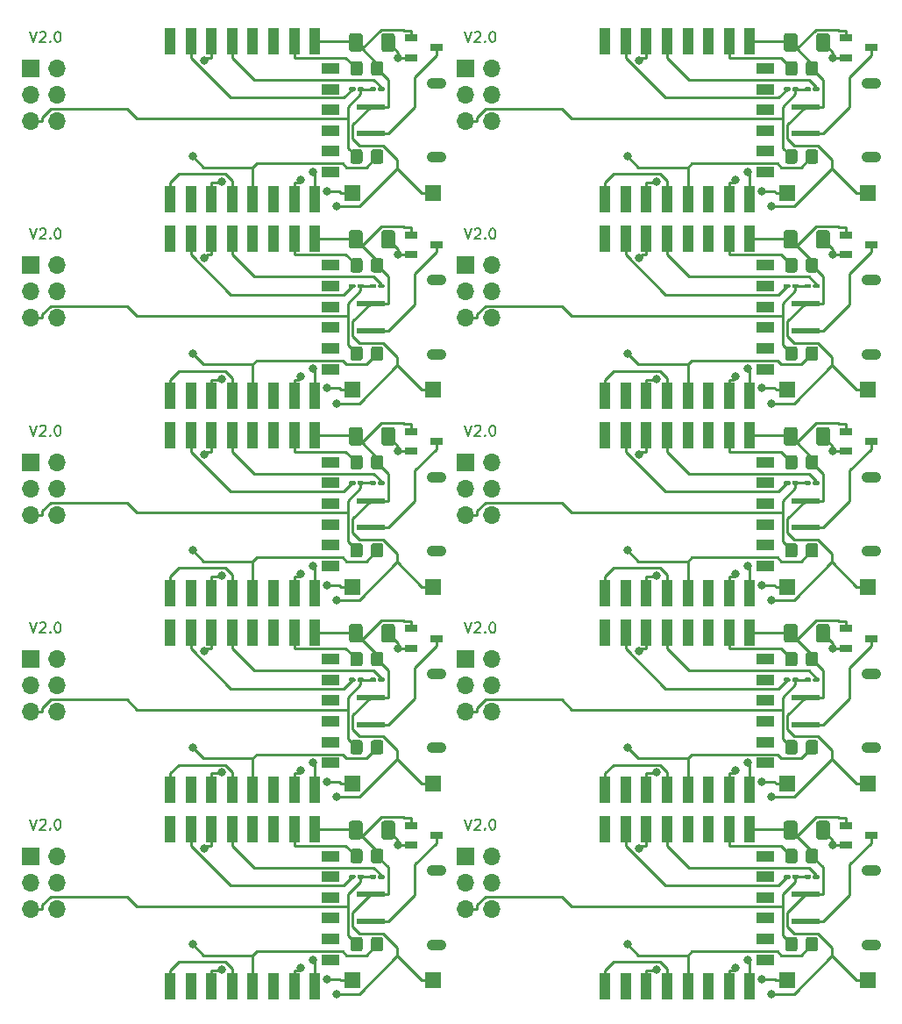
<source format=gbr>
%TF.GenerationSoftware,KiCad,Pcbnew,(5.1.9)-1*%
%TF.CreationDate,2021-05-04T17:37:26+02:00*%
%TF.ProjectId,IM350_AM550_5V_V2.0_Multi,494d3335-305f-4414-9d35-35305f35565f,rev?*%
%TF.SameCoordinates,Original*%
%TF.FileFunction,Copper,L1,Top*%
%TF.FilePolarity,Positive*%
%FSLAX46Y46*%
G04 Gerber Fmt 4.6, Leading zero omitted, Abs format (unit mm)*
G04 Created by KiCad (PCBNEW (5.1.9)-1) date 2021-05-04 17:37:26*
%MOMM*%
%LPD*%
G01*
G04 APERTURE LIST*
%TA.AperFunction,NonConductor*%
%ADD10C,0.150000*%
%TD*%
%TA.AperFunction,SMDPad,CuDef*%
%ADD11R,1.300000X0.800000*%
%TD*%
%TA.AperFunction,SMDPad,CuDef*%
%ADD12R,1.000000X2.500000*%
%TD*%
%TA.AperFunction,SMDPad,CuDef*%
%ADD13R,1.800000X1.000000*%
%TD*%
%TA.AperFunction,ComponentPad*%
%ADD14O,1.900000X1.050000*%
%TD*%
%TA.AperFunction,SMDPad,CuDef*%
%ADD15R,2.800000X0.600000*%
%TD*%
%TA.AperFunction,SMDPad,CuDef*%
%ADD16R,1.500000X1.500000*%
%TD*%
%TA.AperFunction,ComponentPad*%
%ADD17O,1.700000X1.700000*%
%TD*%
%TA.AperFunction,ComponentPad*%
%ADD18R,1.700000X1.700000*%
%TD*%
%TA.AperFunction,ViaPad*%
%ADD19C,0.800000*%
%TD*%
%TA.AperFunction,Conductor*%
%ADD20C,0.250000*%
%TD*%
G04 APERTURE END LIST*
D10*
X71976190Y-101452380D02*
X72309523Y-102452380D01*
X72642857Y-101452380D01*
X72928571Y-101547619D02*
X72976190Y-101500000D01*
X73071428Y-101452380D01*
X73309523Y-101452380D01*
X73404761Y-101500000D01*
X73452380Y-101547619D01*
X73500000Y-101642857D01*
X73500000Y-101738095D01*
X73452380Y-101880952D01*
X72880952Y-102452380D01*
X73500000Y-102452380D01*
X73928571Y-102357142D02*
X73976190Y-102404761D01*
X73928571Y-102452380D01*
X73880952Y-102404761D01*
X73928571Y-102357142D01*
X73928571Y-102452380D01*
X74595238Y-101452380D02*
X74690476Y-101452380D01*
X74785714Y-101500000D01*
X74833333Y-101547619D01*
X74880952Y-101642857D01*
X74928571Y-101833333D01*
X74928571Y-102071428D01*
X74880952Y-102261904D01*
X74833333Y-102357142D01*
X74785714Y-102404761D01*
X74690476Y-102452380D01*
X74595238Y-102452380D01*
X74500000Y-102404761D01*
X74452380Y-102357142D01*
X74404761Y-102261904D01*
X74357142Y-102071428D01*
X74357142Y-101833333D01*
X74404761Y-101642857D01*
X74452380Y-101547619D01*
X74500000Y-101500000D01*
X74595238Y-101452380D01*
X29976190Y-101452380D02*
X30309523Y-102452380D01*
X30642857Y-101452380D01*
X30928571Y-101547619D02*
X30976190Y-101500000D01*
X31071428Y-101452380D01*
X31309523Y-101452380D01*
X31404761Y-101500000D01*
X31452380Y-101547619D01*
X31500000Y-101642857D01*
X31500000Y-101738095D01*
X31452380Y-101880952D01*
X30880952Y-102452380D01*
X31500000Y-102452380D01*
X31928571Y-102357142D02*
X31976190Y-102404761D01*
X31928571Y-102452380D01*
X31880952Y-102404761D01*
X31928571Y-102357142D01*
X31928571Y-102452380D01*
X32595238Y-101452380D02*
X32690476Y-101452380D01*
X32785714Y-101500000D01*
X32833333Y-101547619D01*
X32880952Y-101642857D01*
X32928571Y-101833333D01*
X32928571Y-102071428D01*
X32880952Y-102261904D01*
X32833333Y-102357142D01*
X32785714Y-102404761D01*
X32690476Y-102452380D01*
X32595238Y-102452380D01*
X32500000Y-102404761D01*
X32452380Y-102357142D01*
X32404761Y-102261904D01*
X32357142Y-102071428D01*
X32357142Y-101833333D01*
X32404761Y-101642857D01*
X32452380Y-101547619D01*
X32500000Y-101500000D01*
X32595238Y-101452380D01*
X71976190Y-82452380D02*
X72309523Y-83452380D01*
X72642857Y-82452380D01*
X72928571Y-82547619D02*
X72976190Y-82500000D01*
X73071428Y-82452380D01*
X73309523Y-82452380D01*
X73404761Y-82500000D01*
X73452380Y-82547619D01*
X73500000Y-82642857D01*
X73500000Y-82738095D01*
X73452380Y-82880952D01*
X72880952Y-83452380D01*
X73500000Y-83452380D01*
X73928571Y-83357142D02*
X73976190Y-83404761D01*
X73928571Y-83452380D01*
X73880952Y-83404761D01*
X73928571Y-83357142D01*
X73928571Y-83452380D01*
X74595238Y-82452380D02*
X74690476Y-82452380D01*
X74785714Y-82500000D01*
X74833333Y-82547619D01*
X74880952Y-82642857D01*
X74928571Y-82833333D01*
X74928571Y-83071428D01*
X74880952Y-83261904D01*
X74833333Y-83357142D01*
X74785714Y-83404761D01*
X74690476Y-83452380D01*
X74595238Y-83452380D01*
X74500000Y-83404761D01*
X74452380Y-83357142D01*
X74404761Y-83261904D01*
X74357142Y-83071428D01*
X74357142Y-82833333D01*
X74404761Y-82642857D01*
X74452380Y-82547619D01*
X74500000Y-82500000D01*
X74595238Y-82452380D01*
X29976190Y-82452380D02*
X30309523Y-83452380D01*
X30642857Y-82452380D01*
X30928571Y-82547619D02*
X30976190Y-82500000D01*
X31071428Y-82452380D01*
X31309523Y-82452380D01*
X31404761Y-82500000D01*
X31452380Y-82547619D01*
X31500000Y-82642857D01*
X31500000Y-82738095D01*
X31452380Y-82880952D01*
X30880952Y-83452380D01*
X31500000Y-83452380D01*
X31928571Y-83357142D02*
X31976190Y-83404761D01*
X31928571Y-83452380D01*
X31880952Y-83404761D01*
X31928571Y-83357142D01*
X31928571Y-83452380D01*
X32595238Y-82452380D02*
X32690476Y-82452380D01*
X32785714Y-82500000D01*
X32833333Y-82547619D01*
X32880952Y-82642857D01*
X32928571Y-82833333D01*
X32928571Y-83071428D01*
X32880952Y-83261904D01*
X32833333Y-83357142D01*
X32785714Y-83404761D01*
X32690476Y-83452380D01*
X32595238Y-83452380D01*
X32500000Y-83404761D01*
X32452380Y-83357142D01*
X32404761Y-83261904D01*
X32357142Y-83071428D01*
X32357142Y-82833333D01*
X32404761Y-82642857D01*
X32452380Y-82547619D01*
X32500000Y-82500000D01*
X32595238Y-82452380D01*
X71976190Y-63452380D02*
X72309523Y-64452380D01*
X72642857Y-63452380D01*
X72928571Y-63547619D02*
X72976190Y-63500000D01*
X73071428Y-63452380D01*
X73309523Y-63452380D01*
X73404761Y-63500000D01*
X73452380Y-63547619D01*
X73500000Y-63642857D01*
X73500000Y-63738095D01*
X73452380Y-63880952D01*
X72880952Y-64452380D01*
X73500000Y-64452380D01*
X73928571Y-64357142D02*
X73976190Y-64404761D01*
X73928571Y-64452380D01*
X73880952Y-64404761D01*
X73928571Y-64357142D01*
X73928571Y-64452380D01*
X74595238Y-63452380D02*
X74690476Y-63452380D01*
X74785714Y-63500000D01*
X74833333Y-63547619D01*
X74880952Y-63642857D01*
X74928571Y-63833333D01*
X74928571Y-64071428D01*
X74880952Y-64261904D01*
X74833333Y-64357142D01*
X74785714Y-64404761D01*
X74690476Y-64452380D01*
X74595238Y-64452380D01*
X74500000Y-64404761D01*
X74452380Y-64357142D01*
X74404761Y-64261904D01*
X74357142Y-64071428D01*
X74357142Y-63833333D01*
X74404761Y-63642857D01*
X74452380Y-63547619D01*
X74500000Y-63500000D01*
X74595238Y-63452380D01*
X29976190Y-63452380D02*
X30309523Y-64452380D01*
X30642857Y-63452380D01*
X30928571Y-63547619D02*
X30976190Y-63500000D01*
X31071428Y-63452380D01*
X31309523Y-63452380D01*
X31404761Y-63500000D01*
X31452380Y-63547619D01*
X31500000Y-63642857D01*
X31500000Y-63738095D01*
X31452380Y-63880952D01*
X30880952Y-64452380D01*
X31500000Y-64452380D01*
X31928571Y-64357142D02*
X31976190Y-64404761D01*
X31928571Y-64452380D01*
X31880952Y-64404761D01*
X31928571Y-64357142D01*
X31928571Y-64452380D01*
X32595238Y-63452380D02*
X32690476Y-63452380D01*
X32785714Y-63500000D01*
X32833333Y-63547619D01*
X32880952Y-63642857D01*
X32928571Y-63833333D01*
X32928571Y-64071428D01*
X32880952Y-64261904D01*
X32833333Y-64357142D01*
X32785714Y-64404761D01*
X32690476Y-64452380D01*
X32595238Y-64452380D01*
X32500000Y-64404761D01*
X32452380Y-64357142D01*
X32404761Y-64261904D01*
X32357142Y-64071428D01*
X32357142Y-63833333D01*
X32404761Y-63642857D01*
X32452380Y-63547619D01*
X32500000Y-63500000D01*
X32595238Y-63452380D01*
X71976190Y-44452380D02*
X72309523Y-45452380D01*
X72642857Y-44452380D01*
X72928571Y-44547619D02*
X72976190Y-44500000D01*
X73071428Y-44452380D01*
X73309523Y-44452380D01*
X73404761Y-44500000D01*
X73452380Y-44547619D01*
X73500000Y-44642857D01*
X73500000Y-44738095D01*
X73452380Y-44880952D01*
X72880952Y-45452380D01*
X73500000Y-45452380D01*
X73928571Y-45357142D02*
X73976190Y-45404761D01*
X73928571Y-45452380D01*
X73880952Y-45404761D01*
X73928571Y-45357142D01*
X73928571Y-45452380D01*
X74595238Y-44452380D02*
X74690476Y-44452380D01*
X74785714Y-44500000D01*
X74833333Y-44547619D01*
X74880952Y-44642857D01*
X74928571Y-44833333D01*
X74928571Y-45071428D01*
X74880952Y-45261904D01*
X74833333Y-45357142D01*
X74785714Y-45404761D01*
X74690476Y-45452380D01*
X74595238Y-45452380D01*
X74500000Y-45404761D01*
X74452380Y-45357142D01*
X74404761Y-45261904D01*
X74357142Y-45071428D01*
X74357142Y-44833333D01*
X74404761Y-44642857D01*
X74452380Y-44547619D01*
X74500000Y-44500000D01*
X74595238Y-44452380D01*
X29976190Y-44452380D02*
X30309523Y-45452380D01*
X30642857Y-44452380D01*
X30928571Y-44547619D02*
X30976190Y-44500000D01*
X31071428Y-44452380D01*
X31309523Y-44452380D01*
X31404761Y-44500000D01*
X31452380Y-44547619D01*
X31500000Y-44642857D01*
X31500000Y-44738095D01*
X31452380Y-44880952D01*
X30880952Y-45452380D01*
X31500000Y-45452380D01*
X31928571Y-45357142D02*
X31976190Y-45404761D01*
X31928571Y-45452380D01*
X31880952Y-45404761D01*
X31928571Y-45357142D01*
X31928571Y-45452380D01*
X32595238Y-44452380D02*
X32690476Y-44452380D01*
X32785714Y-44500000D01*
X32833333Y-44547619D01*
X32880952Y-44642857D01*
X32928571Y-44833333D01*
X32928571Y-45071428D01*
X32880952Y-45261904D01*
X32833333Y-45357142D01*
X32785714Y-45404761D01*
X32690476Y-45452380D01*
X32595238Y-45452380D01*
X32500000Y-45404761D01*
X32452380Y-45357142D01*
X32404761Y-45261904D01*
X32357142Y-45071428D01*
X32357142Y-44833333D01*
X32404761Y-44642857D01*
X32452380Y-44547619D01*
X32500000Y-44500000D01*
X32595238Y-44452380D01*
X71976190Y-25452380D02*
X72309523Y-26452380D01*
X72642857Y-25452380D01*
X72928571Y-25547619D02*
X72976190Y-25500000D01*
X73071428Y-25452380D01*
X73309523Y-25452380D01*
X73404761Y-25500000D01*
X73452380Y-25547619D01*
X73500000Y-25642857D01*
X73500000Y-25738095D01*
X73452380Y-25880952D01*
X72880952Y-26452380D01*
X73500000Y-26452380D01*
X73928571Y-26357142D02*
X73976190Y-26404761D01*
X73928571Y-26452380D01*
X73880952Y-26404761D01*
X73928571Y-26357142D01*
X73928571Y-26452380D01*
X74595238Y-25452380D02*
X74690476Y-25452380D01*
X74785714Y-25500000D01*
X74833333Y-25547619D01*
X74880952Y-25642857D01*
X74928571Y-25833333D01*
X74928571Y-26071428D01*
X74880952Y-26261904D01*
X74833333Y-26357142D01*
X74785714Y-26404761D01*
X74690476Y-26452380D01*
X74595238Y-26452380D01*
X74500000Y-26404761D01*
X74452380Y-26357142D01*
X74404761Y-26261904D01*
X74357142Y-26071428D01*
X74357142Y-25833333D01*
X74404761Y-25642857D01*
X74452380Y-25547619D01*
X74500000Y-25500000D01*
X74595238Y-25452380D01*
X29976190Y-25452380D02*
X30309523Y-26452380D01*
X30642857Y-25452380D01*
X30928571Y-25547619D02*
X30976190Y-25500000D01*
X31071428Y-25452380D01*
X31309523Y-25452380D01*
X31404761Y-25500000D01*
X31452380Y-25547619D01*
X31500000Y-25642857D01*
X31500000Y-25738095D01*
X31452380Y-25880952D01*
X30880952Y-26452380D01*
X31500000Y-26452380D01*
X31928571Y-26357142D02*
X31976190Y-26404761D01*
X31928571Y-26452380D01*
X31880952Y-26404761D01*
X31928571Y-26357142D01*
X31928571Y-26452380D01*
X32595238Y-25452380D02*
X32690476Y-25452380D01*
X32785714Y-25500000D01*
X32833333Y-25547619D01*
X32880952Y-25642857D01*
X32928571Y-25833333D01*
X32928571Y-26071428D01*
X32880952Y-26261904D01*
X32833333Y-26357142D01*
X32785714Y-26404761D01*
X32690476Y-26452380D01*
X32595238Y-26452380D01*
X32500000Y-26404761D01*
X32452380Y-26357142D01*
X32404761Y-26261904D01*
X32357142Y-26071428D01*
X32357142Y-25833333D01*
X32404761Y-25642857D01*
X32452380Y-25547619D01*
X32500000Y-25500000D01*
X32595238Y-25452380D01*
D11*
%TO.P,U1,1*%
%TO.N,Net-(C2-Pad2)*%
X66800000Y-102050000D03*
%TO.P,U1,2*%
%TO.N,+3V3*%
X66800000Y-103950000D03*
%TO.P,U1,3*%
%TO.N,Net-(J5-Pad1)*%
X69200000Y-103000000D03*
%TD*%
D12*
%TO.P,U2,1*%
%TO.N,Net-(U2-Pad1)*%
X43500000Y-117600000D03*
%TO.P,U2,2*%
%TO.N,Net-(U2-Pad2)*%
X45500000Y-117600000D03*
%TO.P,U2,3*%
%TO.N,+3V3*%
X47500000Y-117600000D03*
%TO.P,U2,4*%
%TO.N,Net-(U2-Pad1)*%
X49500000Y-117600000D03*
%TO.P,U2,5*%
%TO.N,Net-(J7-Pad1)*%
X51500000Y-117600000D03*
%TO.P,U2,6*%
%TO.N,Net-(U2-Pad6)*%
X53500000Y-117600000D03*
%TO.P,U2,7*%
%TO.N,Net-(SW1-Pad1)*%
X55500000Y-117600000D03*
%TO.P,U2,8*%
%TO.N,+3V3*%
X57500000Y-117600000D03*
D13*
%TO.P,U2,9*%
%TO.N,Net-(U2-Pad9)*%
X59000000Y-115000000D03*
%TO.P,U2,10*%
%TO.N,Net-(U2-Pad10)*%
X59000000Y-113000000D03*
%TO.P,U2,11*%
%TO.N,Net-(U2-Pad11)*%
X59000000Y-111000000D03*
%TO.P,U2,12*%
%TO.N,Net-(U2-Pad12)*%
X59000000Y-109000000D03*
%TO.P,U2,13*%
%TO.N,Net-(U2-Pad13)*%
X59000000Y-107000000D03*
%TO.P,U2,14*%
%TO.N,Net-(U2-Pad14)*%
X59000000Y-105000000D03*
D12*
%TO.P,U2,15*%
%TO.N,Net-(C2-Pad2)*%
X57500000Y-102400000D03*
%TO.P,U2,16*%
%TO.N,Net-(R1-Pad1)*%
X55500000Y-102400000D03*
%TO.P,U2,17*%
%TO.N,Net-(U2-Pad17)*%
X53500000Y-102400000D03*
%TO.P,U2,18*%
%TO.N,Net-(U2-Pad18)*%
X51500000Y-102400000D03*
%TO.P,U2,19*%
%TO.N,/GPIO4*%
X49500000Y-102400000D03*
%TO.P,U2,20*%
%TO.N,Net-(J7-Pad2)*%
X47500000Y-102400000D03*
%TO.P,U2,21*%
%TO.N,/GPIO3*%
X45500000Y-102400000D03*
%TO.P,U2,22*%
%TO.N,Net-(U2-Pad22)*%
X43500000Y-102400000D03*
%TD*%
%TO.P,R5,1*%
%TO.N,Net-(J7-Pad1)*%
%TA.AperFunction,SMDPad,CuDef*%
G36*
G01*
X64100000Y-113049999D02*
X64100000Y-113950001D01*
G75*
G02*
X63850001Y-114200000I-249999J0D01*
G01*
X63149999Y-114200000D01*
G75*
G02*
X62900000Y-113950001I0J249999D01*
G01*
X62900000Y-113049999D01*
G75*
G02*
X63149999Y-112800000I249999J0D01*
G01*
X63850001Y-112800000D01*
G75*
G02*
X64100000Y-113049999I0J-249999D01*
G01*
G37*
%TD.AperFunction*%
%TO.P,R5,2*%
%TO.N,Net-(J7-Pad5)*%
%TA.AperFunction,SMDPad,CuDef*%
G36*
G01*
X62100000Y-113049999D02*
X62100000Y-113950001D01*
G75*
G02*
X61850001Y-114200000I-249999J0D01*
G01*
X61149999Y-114200000D01*
G75*
G02*
X60900000Y-113950001I0J249999D01*
G01*
X60900000Y-113049999D01*
G75*
G02*
X61149999Y-112800000I249999J0D01*
G01*
X61850001Y-112800000D01*
G75*
G02*
X62100000Y-113049999I0J-249999D01*
G01*
G37*
%TD.AperFunction*%
%TD*%
%TO.P,C2,1*%
%TO.N,+3V3*%
%TA.AperFunction,SMDPad,CuDef*%
G36*
G01*
X65225000Y-101849999D02*
X65225000Y-103150001D01*
G75*
G02*
X64975001Y-103400000I-249999J0D01*
G01*
X64149999Y-103400000D01*
G75*
G02*
X63900000Y-103150001I0J249999D01*
G01*
X63900000Y-101849999D01*
G75*
G02*
X64149999Y-101600000I249999J0D01*
G01*
X64975001Y-101600000D01*
G75*
G02*
X65225000Y-101849999I0J-249999D01*
G01*
G37*
%TD.AperFunction*%
%TO.P,C2,2*%
%TO.N,Net-(C2-Pad2)*%
%TA.AperFunction,SMDPad,CuDef*%
G36*
G01*
X62100000Y-101849999D02*
X62100000Y-103150001D01*
G75*
G02*
X61850001Y-103400000I-249999J0D01*
G01*
X61024999Y-103400000D01*
G75*
G02*
X60775000Y-103150001I0J249999D01*
G01*
X60775000Y-101849999D01*
G75*
G02*
X61024999Y-101600000I249999J0D01*
G01*
X61850001Y-101600000D01*
G75*
G02*
X62100000Y-101849999I0J-249999D01*
G01*
G37*
%TD.AperFunction*%
%TD*%
D14*
%TO.P,J5,*%
%TO.N,*%
X69200000Y-106425000D03*
X69200000Y-113575000D03*
D15*
%TO.P,J5,5*%
%TO.N,Net-(C2-Pad2)*%
X62850000Y-108700000D03*
%TO.P,J5,1*%
%TO.N,Net-(J5-Pad1)*%
X62850000Y-111300000D03*
%TD*%
%TO.P,R1,2*%
%TO.N,Net-(C2-Pad2)*%
%TA.AperFunction,SMDPad,CuDef*%
G36*
G01*
X62900000Y-105450001D02*
X62900000Y-104549999D01*
G75*
G02*
X63149999Y-104300000I249999J0D01*
G01*
X63850001Y-104300000D01*
G75*
G02*
X64100000Y-104549999I0J-249999D01*
G01*
X64100000Y-105450001D01*
G75*
G02*
X63850001Y-105700000I-249999J0D01*
G01*
X63149999Y-105700000D01*
G75*
G02*
X62900000Y-105450001I0J249999D01*
G01*
G37*
%TD.AperFunction*%
%TO.P,R1,1*%
%TO.N,Net-(R1-Pad1)*%
%TA.AperFunction,SMDPad,CuDef*%
G36*
G01*
X60900000Y-105450001D02*
X60900000Y-104549999D01*
G75*
G02*
X61149999Y-104300000I249999J0D01*
G01*
X61850001Y-104300000D01*
G75*
G02*
X62100000Y-104549999I0J-249999D01*
G01*
X62100000Y-105450001D01*
G75*
G02*
X61850001Y-105700000I-249999J0D01*
G01*
X61149999Y-105700000D01*
G75*
G02*
X60900000Y-105450001I0J249999D01*
G01*
G37*
%TD.AperFunction*%
%TD*%
D12*
%TO.P,U2,22*%
%TO.N,Net-(U2-Pad22)*%
X85500000Y-102400000D03*
%TO.P,U2,21*%
%TO.N,/GPIO3*%
X87500000Y-102400000D03*
%TO.P,U2,20*%
%TO.N,Net-(J7-Pad2)*%
X89500000Y-102400000D03*
%TO.P,U2,19*%
%TO.N,/GPIO4*%
X91500000Y-102400000D03*
%TO.P,U2,18*%
%TO.N,Net-(U2-Pad18)*%
X93500000Y-102400000D03*
%TO.P,U2,17*%
%TO.N,Net-(U2-Pad17)*%
X95500000Y-102400000D03*
%TO.P,U2,16*%
%TO.N,Net-(R1-Pad1)*%
X97500000Y-102400000D03*
%TO.P,U2,15*%
%TO.N,Net-(C2-Pad2)*%
X99500000Y-102400000D03*
D13*
%TO.P,U2,14*%
%TO.N,Net-(U2-Pad14)*%
X101000000Y-105000000D03*
%TO.P,U2,13*%
%TO.N,Net-(U2-Pad13)*%
X101000000Y-107000000D03*
%TO.P,U2,12*%
%TO.N,Net-(U2-Pad12)*%
X101000000Y-109000000D03*
%TO.P,U2,11*%
%TO.N,Net-(U2-Pad11)*%
X101000000Y-111000000D03*
%TO.P,U2,10*%
%TO.N,Net-(U2-Pad10)*%
X101000000Y-113000000D03*
%TO.P,U2,9*%
%TO.N,Net-(U2-Pad9)*%
X101000000Y-115000000D03*
D12*
%TO.P,U2,8*%
%TO.N,+3V3*%
X99500000Y-117600000D03*
%TO.P,U2,7*%
%TO.N,Net-(SW1-Pad1)*%
X97500000Y-117600000D03*
%TO.P,U2,6*%
%TO.N,Net-(U2-Pad6)*%
X95500000Y-117600000D03*
%TO.P,U2,5*%
%TO.N,Net-(J7-Pad1)*%
X93500000Y-117600000D03*
%TO.P,U2,4*%
%TO.N,Net-(U2-Pad1)*%
X91500000Y-117600000D03*
%TO.P,U2,3*%
%TO.N,+3V3*%
X89500000Y-117600000D03*
%TO.P,U2,2*%
%TO.N,Net-(U2-Pad2)*%
X87500000Y-117600000D03*
%TO.P,U2,1*%
%TO.N,Net-(U2-Pad1)*%
X85500000Y-117600000D03*
%TD*%
%TO.P,C2,2*%
%TO.N,Net-(C2-Pad2)*%
%TA.AperFunction,SMDPad,CuDef*%
G36*
G01*
X104100000Y-101849999D02*
X104100000Y-103150001D01*
G75*
G02*
X103850001Y-103400000I-249999J0D01*
G01*
X103024999Y-103400000D01*
G75*
G02*
X102775000Y-103150001I0J249999D01*
G01*
X102775000Y-101849999D01*
G75*
G02*
X103024999Y-101600000I249999J0D01*
G01*
X103850001Y-101600000D01*
G75*
G02*
X104100000Y-101849999I0J-249999D01*
G01*
G37*
%TD.AperFunction*%
%TO.P,C2,1*%
%TO.N,+3V3*%
%TA.AperFunction,SMDPad,CuDef*%
G36*
G01*
X107225000Y-101849999D02*
X107225000Y-103150001D01*
G75*
G02*
X106975001Y-103400000I-249999J0D01*
G01*
X106149999Y-103400000D01*
G75*
G02*
X105900000Y-103150001I0J249999D01*
G01*
X105900000Y-101849999D01*
G75*
G02*
X106149999Y-101600000I249999J0D01*
G01*
X106975001Y-101600000D01*
G75*
G02*
X107225000Y-101849999I0J-249999D01*
G01*
G37*
%TD.AperFunction*%
%TD*%
D16*
%TO.P,SW1,2*%
%TO.N,Net-(C2-Pad2)*%
X110900000Y-117000000D03*
%TO.P,SW1,1*%
%TO.N,Net-(SW1-Pad1)*%
X103100000Y-117000000D03*
%TD*%
%TO.P,SW1,1*%
%TO.N,Net-(SW1-Pad1)*%
X61100000Y-117000000D03*
%TO.P,SW1,2*%
%TO.N,Net-(C2-Pad2)*%
X68900000Y-117000000D03*
%TD*%
%TO.P,P4,2*%
%TO.N,/GPIO4*%
%TA.AperFunction,SMDPad,CuDef*%
G36*
G01*
X63590000Y-107100000D02*
X63590000Y-106900000D01*
G75*
G02*
X63690000Y-106800000I100000J0D01*
G01*
X64125000Y-106800000D01*
G75*
G02*
X64225000Y-106900000I0J-100000D01*
G01*
X64225000Y-107100000D01*
G75*
G02*
X64125000Y-107200000I-100000J0D01*
G01*
X63690000Y-107200000D01*
G75*
G02*
X63590000Y-107100000I0J100000D01*
G01*
G37*
%TD.AperFunction*%
%TO.P,P4,1*%
%TO.N,Net-(J7-Pad5)*%
%TA.AperFunction,SMDPad,CuDef*%
G36*
G01*
X62775000Y-107100000D02*
X62775000Y-106900000D01*
G75*
G02*
X62875000Y-106800000I100000J0D01*
G01*
X63310000Y-106800000D01*
G75*
G02*
X63410000Y-106900000I0J-100000D01*
G01*
X63410000Y-107100000D01*
G75*
G02*
X63310000Y-107200000I-100000J0D01*
G01*
X62875000Y-107200000D01*
G75*
G02*
X62775000Y-107100000I0J100000D01*
G01*
G37*
%TD.AperFunction*%
%TD*%
D17*
%TO.P,J7,6*%
%TO.N,Net-(C2-Pad2)*%
X32540000Y-110080000D03*
%TO.P,J7,5*%
%TO.N,Net-(J7-Pad5)*%
X30000000Y-110080000D03*
%TO.P,J7,4*%
%TO.N,Net-(J7-Pad4)*%
X32540000Y-107540000D03*
%TO.P,J7,3*%
%TO.N,Net-(C2-Pad2)*%
X30000000Y-107540000D03*
%TO.P,J7,2*%
%TO.N,Net-(J7-Pad2)*%
X32540000Y-105000000D03*
D18*
%TO.P,J7,1*%
%TO.N,Net-(J7-Pad1)*%
X30000000Y-105000000D03*
%TD*%
D15*
%TO.P,J5,1*%
%TO.N,Net-(J5-Pad1)*%
X104850000Y-111300000D03*
%TO.P,J5,5*%
%TO.N,Net-(C2-Pad2)*%
X104850000Y-108700000D03*
D14*
%TO.P,J5,*%
%TO.N,*%
X111200000Y-113575000D03*
X111200000Y-106425000D03*
%TD*%
%TO.P,P3,2*%
%TO.N,/GPIO3*%
%TA.AperFunction,SMDPad,CuDef*%
G36*
G01*
X103410000Y-106900000D02*
X103410000Y-107100000D01*
G75*
G02*
X103310000Y-107200000I-100000J0D01*
G01*
X102875000Y-107200000D01*
G75*
G02*
X102775000Y-107100000I0J100000D01*
G01*
X102775000Y-106900000D01*
G75*
G02*
X102875000Y-106800000I100000J0D01*
G01*
X103310000Y-106800000D01*
G75*
G02*
X103410000Y-106900000I0J-100000D01*
G01*
G37*
%TD.AperFunction*%
%TO.P,P3,1*%
%TO.N,Net-(J7-Pad5)*%
%TA.AperFunction,SMDPad,CuDef*%
G36*
G01*
X104225000Y-106900000D02*
X104225000Y-107100000D01*
G75*
G02*
X104125000Y-107200000I-100000J0D01*
G01*
X103690000Y-107200000D01*
G75*
G02*
X103590000Y-107100000I0J100000D01*
G01*
X103590000Y-106900000D01*
G75*
G02*
X103690000Y-106800000I100000J0D01*
G01*
X104125000Y-106800000D01*
G75*
G02*
X104225000Y-106900000I0J-100000D01*
G01*
G37*
%TD.AperFunction*%
%TD*%
%TO.P,P4,1*%
%TO.N,Net-(J7-Pad5)*%
%TA.AperFunction,SMDPad,CuDef*%
G36*
G01*
X104775000Y-107100000D02*
X104775000Y-106900000D01*
G75*
G02*
X104875000Y-106800000I100000J0D01*
G01*
X105310000Y-106800000D01*
G75*
G02*
X105410000Y-106900000I0J-100000D01*
G01*
X105410000Y-107100000D01*
G75*
G02*
X105310000Y-107200000I-100000J0D01*
G01*
X104875000Y-107200000D01*
G75*
G02*
X104775000Y-107100000I0J100000D01*
G01*
G37*
%TD.AperFunction*%
%TO.P,P4,2*%
%TO.N,/GPIO4*%
%TA.AperFunction,SMDPad,CuDef*%
G36*
G01*
X105590000Y-107100000D02*
X105590000Y-106900000D01*
G75*
G02*
X105690000Y-106800000I100000J0D01*
G01*
X106125000Y-106800000D01*
G75*
G02*
X106225000Y-106900000I0J-100000D01*
G01*
X106225000Y-107100000D01*
G75*
G02*
X106125000Y-107200000I-100000J0D01*
G01*
X105690000Y-107200000D01*
G75*
G02*
X105590000Y-107100000I0J100000D01*
G01*
G37*
%TD.AperFunction*%
%TD*%
D18*
%TO.P,J7,1*%
%TO.N,Net-(J7-Pad1)*%
X72000000Y-105000000D03*
D17*
%TO.P,J7,2*%
%TO.N,Net-(J7-Pad2)*%
X74540000Y-105000000D03*
%TO.P,J7,3*%
%TO.N,Net-(C2-Pad2)*%
X72000000Y-107540000D03*
%TO.P,J7,4*%
%TO.N,Net-(J7-Pad4)*%
X74540000Y-107540000D03*
%TO.P,J7,5*%
%TO.N,Net-(J7-Pad5)*%
X72000000Y-110080000D03*
%TO.P,J7,6*%
%TO.N,Net-(C2-Pad2)*%
X74540000Y-110080000D03*
%TD*%
D11*
%TO.P,U1,3*%
%TO.N,Net-(J5-Pad1)*%
X111200000Y-103000000D03*
%TO.P,U1,2*%
%TO.N,+3V3*%
X108800000Y-103950000D03*
%TO.P,U1,1*%
%TO.N,Net-(C2-Pad2)*%
X108800000Y-102050000D03*
%TD*%
%TO.P,P3,1*%
%TO.N,Net-(J7-Pad5)*%
%TA.AperFunction,SMDPad,CuDef*%
G36*
G01*
X62225000Y-106900000D02*
X62225000Y-107100000D01*
G75*
G02*
X62125000Y-107200000I-100000J0D01*
G01*
X61690000Y-107200000D01*
G75*
G02*
X61590000Y-107100000I0J100000D01*
G01*
X61590000Y-106900000D01*
G75*
G02*
X61690000Y-106800000I100000J0D01*
G01*
X62125000Y-106800000D01*
G75*
G02*
X62225000Y-106900000I0J-100000D01*
G01*
G37*
%TD.AperFunction*%
%TO.P,P3,2*%
%TO.N,/GPIO3*%
%TA.AperFunction,SMDPad,CuDef*%
G36*
G01*
X61410000Y-106900000D02*
X61410000Y-107100000D01*
G75*
G02*
X61310000Y-107200000I-100000J0D01*
G01*
X60875000Y-107200000D01*
G75*
G02*
X60775000Y-107100000I0J100000D01*
G01*
X60775000Y-106900000D01*
G75*
G02*
X60875000Y-106800000I100000J0D01*
G01*
X61310000Y-106800000D01*
G75*
G02*
X61410000Y-106900000I0J-100000D01*
G01*
G37*
%TD.AperFunction*%
%TD*%
%TO.P,R1,1*%
%TO.N,Net-(R1-Pad1)*%
%TA.AperFunction,SMDPad,CuDef*%
G36*
G01*
X102900000Y-105450001D02*
X102900000Y-104549999D01*
G75*
G02*
X103149999Y-104300000I249999J0D01*
G01*
X103850001Y-104300000D01*
G75*
G02*
X104100000Y-104549999I0J-249999D01*
G01*
X104100000Y-105450001D01*
G75*
G02*
X103850001Y-105700000I-249999J0D01*
G01*
X103149999Y-105700000D01*
G75*
G02*
X102900000Y-105450001I0J249999D01*
G01*
G37*
%TD.AperFunction*%
%TO.P,R1,2*%
%TO.N,Net-(C2-Pad2)*%
%TA.AperFunction,SMDPad,CuDef*%
G36*
G01*
X104900000Y-105450001D02*
X104900000Y-104549999D01*
G75*
G02*
X105149999Y-104300000I249999J0D01*
G01*
X105850001Y-104300000D01*
G75*
G02*
X106100000Y-104549999I0J-249999D01*
G01*
X106100000Y-105450001D01*
G75*
G02*
X105850001Y-105700000I-249999J0D01*
G01*
X105149999Y-105700000D01*
G75*
G02*
X104900000Y-105450001I0J249999D01*
G01*
G37*
%TD.AperFunction*%
%TD*%
%TO.P,R5,2*%
%TO.N,Net-(J7-Pad5)*%
%TA.AperFunction,SMDPad,CuDef*%
G36*
G01*
X104100000Y-113049999D02*
X104100000Y-113950001D01*
G75*
G02*
X103850001Y-114200000I-249999J0D01*
G01*
X103149999Y-114200000D01*
G75*
G02*
X102900000Y-113950001I0J249999D01*
G01*
X102900000Y-113049999D01*
G75*
G02*
X103149999Y-112800000I249999J0D01*
G01*
X103850001Y-112800000D01*
G75*
G02*
X104100000Y-113049999I0J-249999D01*
G01*
G37*
%TD.AperFunction*%
%TO.P,R5,1*%
%TO.N,Net-(J7-Pad1)*%
%TA.AperFunction,SMDPad,CuDef*%
G36*
G01*
X106100000Y-113049999D02*
X106100000Y-113950001D01*
G75*
G02*
X105850001Y-114200000I-249999J0D01*
G01*
X105149999Y-114200000D01*
G75*
G02*
X104900000Y-113950001I0J249999D01*
G01*
X104900000Y-113049999D01*
G75*
G02*
X105149999Y-112800000I249999J0D01*
G01*
X105850001Y-112800000D01*
G75*
G02*
X106100000Y-113049999I0J-249999D01*
G01*
G37*
%TD.AperFunction*%
%TD*%
%TO.P,P3,1*%
%TO.N,Net-(J7-Pad5)*%
%TA.AperFunction,SMDPad,CuDef*%
G36*
G01*
X104225000Y-87900000D02*
X104225000Y-88100000D01*
G75*
G02*
X104125000Y-88200000I-100000J0D01*
G01*
X103690000Y-88200000D01*
G75*
G02*
X103590000Y-88100000I0J100000D01*
G01*
X103590000Y-87900000D01*
G75*
G02*
X103690000Y-87800000I100000J0D01*
G01*
X104125000Y-87800000D01*
G75*
G02*
X104225000Y-87900000I0J-100000D01*
G01*
G37*
%TD.AperFunction*%
%TO.P,P3,2*%
%TO.N,/GPIO3*%
%TA.AperFunction,SMDPad,CuDef*%
G36*
G01*
X103410000Y-87900000D02*
X103410000Y-88100000D01*
G75*
G02*
X103310000Y-88200000I-100000J0D01*
G01*
X102875000Y-88200000D01*
G75*
G02*
X102775000Y-88100000I0J100000D01*
G01*
X102775000Y-87900000D01*
G75*
G02*
X102875000Y-87800000I100000J0D01*
G01*
X103310000Y-87800000D01*
G75*
G02*
X103410000Y-87900000I0J-100000D01*
G01*
G37*
%TD.AperFunction*%
%TD*%
%TO.P,P4,2*%
%TO.N,/GPIO4*%
%TA.AperFunction,SMDPad,CuDef*%
G36*
G01*
X105590000Y-88100000D02*
X105590000Y-87900000D01*
G75*
G02*
X105690000Y-87800000I100000J0D01*
G01*
X106125000Y-87800000D01*
G75*
G02*
X106225000Y-87900000I0J-100000D01*
G01*
X106225000Y-88100000D01*
G75*
G02*
X106125000Y-88200000I-100000J0D01*
G01*
X105690000Y-88200000D01*
G75*
G02*
X105590000Y-88100000I0J100000D01*
G01*
G37*
%TD.AperFunction*%
%TO.P,P4,1*%
%TO.N,Net-(J7-Pad5)*%
%TA.AperFunction,SMDPad,CuDef*%
G36*
G01*
X104775000Y-88100000D02*
X104775000Y-87900000D01*
G75*
G02*
X104875000Y-87800000I100000J0D01*
G01*
X105310000Y-87800000D01*
G75*
G02*
X105410000Y-87900000I0J-100000D01*
G01*
X105410000Y-88100000D01*
G75*
G02*
X105310000Y-88200000I-100000J0D01*
G01*
X104875000Y-88200000D01*
G75*
G02*
X104775000Y-88100000I0J100000D01*
G01*
G37*
%TD.AperFunction*%
%TD*%
D14*
%TO.P,J5,*%
%TO.N,*%
X111200000Y-87425000D03*
X111200000Y-94575000D03*
D15*
%TO.P,J5,5*%
%TO.N,Net-(C2-Pad2)*%
X104850000Y-89700000D03*
%TO.P,J5,1*%
%TO.N,Net-(J5-Pad1)*%
X104850000Y-92300000D03*
%TD*%
D17*
%TO.P,J7,6*%
%TO.N,Net-(C2-Pad2)*%
X74540000Y-91080000D03*
%TO.P,J7,5*%
%TO.N,Net-(J7-Pad5)*%
X72000000Y-91080000D03*
%TO.P,J7,4*%
%TO.N,Net-(J7-Pad4)*%
X74540000Y-88540000D03*
%TO.P,J7,3*%
%TO.N,Net-(C2-Pad2)*%
X72000000Y-88540000D03*
%TO.P,J7,2*%
%TO.N,Net-(J7-Pad2)*%
X74540000Y-86000000D03*
D18*
%TO.P,J7,1*%
%TO.N,Net-(J7-Pad1)*%
X72000000Y-86000000D03*
%TD*%
%TO.P,R5,1*%
%TO.N,Net-(J7-Pad1)*%
%TA.AperFunction,SMDPad,CuDef*%
G36*
G01*
X106100000Y-94049999D02*
X106100000Y-94950001D01*
G75*
G02*
X105850001Y-95200000I-249999J0D01*
G01*
X105149999Y-95200000D01*
G75*
G02*
X104900000Y-94950001I0J249999D01*
G01*
X104900000Y-94049999D01*
G75*
G02*
X105149999Y-93800000I249999J0D01*
G01*
X105850001Y-93800000D01*
G75*
G02*
X106100000Y-94049999I0J-249999D01*
G01*
G37*
%TD.AperFunction*%
%TO.P,R5,2*%
%TO.N,Net-(J7-Pad5)*%
%TA.AperFunction,SMDPad,CuDef*%
G36*
G01*
X104100000Y-94049999D02*
X104100000Y-94950001D01*
G75*
G02*
X103850001Y-95200000I-249999J0D01*
G01*
X103149999Y-95200000D01*
G75*
G02*
X102900000Y-94950001I0J249999D01*
G01*
X102900000Y-94049999D01*
G75*
G02*
X103149999Y-93800000I249999J0D01*
G01*
X103850001Y-93800000D01*
G75*
G02*
X104100000Y-94049999I0J-249999D01*
G01*
G37*
%TD.AperFunction*%
%TD*%
D11*
%TO.P,U1,1*%
%TO.N,Net-(C2-Pad2)*%
X108800000Y-83050000D03*
%TO.P,U1,2*%
%TO.N,+3V3*%
X108800000Y-84950000D03*
%TO.P,U1,3*%
%TO.N,Net-(J5-Pad1)*%
X111200000Y-84000000D03*
%TD*%
D16*
%TO.P,SW1,1*%
%TO.N,Net-(SW1-Pad1)*%
X103100000Y-98000000D03*
%TO.P,SW1,2*%
%TO.N,Net-(C2-Pad2)*%
X110900000Y-98000000D03*
%TD*%
%TO.P,C2,1*%
%TO.N,+3V3*%
%TA.AperFunction,SMDPad,CuDef*%
G36*
G01*
X107225000Y-82849999D02*
X107225000Y-84150001D01*
G75*
G02*
X106975001Y-84400000I-249999J0D01*
G01*
X106149999Y-84400000D01*
G75*
G02*
X105900000Y-84150001I0J249999D01*
G01*
X105900000Y-82849999D01*
G75*
G02*
X106149999Y-82600000I249999J0D01*
G01*
X106975001Y-82600000D01*
G75*
G02*
X107225000Y-82849999I0J-249999D01*
G01*
G37*
%TD.AperFunction*%
%TO.P,C2,2*%
%TO.N,Net-(C2-Pad2)*%
%TA.AperFunction,SMDPad,CuDef*%
G36*
G01*
X104100000Y-82849999D02*
X104100000Y-84150001D01*
G75*
G02*
X103850001Y-84400000I-249999J0D01*
G01*
X103024999Y-84400000D01*
G75*
G02*
X102775000Y-84150001I0J249999D01*
G01*
X102775000Y-82849999D01*
G75*
G02*
X103024999Y-82600000I249999J0D01*
G01*
X103850001Y-82600000D01*
G75*
G02*
X104100000Y-82849999I0J-249999D01*
G01*
G37*
%TD.AperFunction*%
%TD*%
%TO.P,P3,2*%
%TO.N,/GPIO3*%
%TA.AperFunction,SMDPad,CuDef*%
G36*
G01*
X61410000Y-87900000D02*
X61410000Y-88100000D01*
G75*
G02*
X61310000Y-88200000I-100000J0D01*
G01*
X60875000Y-88200000D01*
G75*
G02*
X60775000Y-88100000I0J100000D01*
G01*
X60775000Y-87900000D01*
G75*
G02*
X60875000Y-87800000I100000J0D01*
G01*
X61310000Y-87800000D01*
G75*
G02*
X61410000Y-87900000I0J-100000D01*
G01*
G37*
%TD.AperFunction*%
%TO.P,P3,1*%
%TO.N,Net-(J7-Pad5)*%
%TA.AperFunction,SMDPad,CuDef*%
G36*
G01*
X62225000Y-87900000D02*
X62225000Y-88100000D01*
G75*
G02*
X62125000Y-88200000I-100000J0D01*
G01*
X61690000Y-88200000D01*
G75*
G02*
X61590000Y-88100000I0J100000D01*
G01*
X61590000Y-87900000D01*
G75*
G02*
X61690000Y-87800000I100000J0D01*
G01*
X62125000Y-87800000D01*
G75*
G02*
X62225000Y-87900000I0J-100000D01*
G01*
G37*
%TD.AperFunction*%
%TD*%
%TO.P,P4,1*%
%TO.N,Net-(J7-Pad5)*%
%TA.AperFunction,SMDPad,CuDef*%
G36*
G01*
X62775000Y-88100000D02*
X62775000Y-87900000D01*
G75*
G02*
X62875000Y-87800000I100000J0D01*
G01*
X63310000Y-87800000D01*
G75*
G02*
X63410000Y-87900000I0J-100000D01*
G01*
X63410000Y-88100000D01*
G75*
G02*
X63310000Y-88200000I-100000J0D01*
G01*
X62875000Y-88200000D01*
G75*
G02*
X62775000Y-88100000I0J100000D01*
G01*
G37*
%TD.AperFunction*%
%TO.P,P4,2*%
%TO.N,/GPIO4*%
%TA.AperFunction,SMDPad,CuDef*%
G36*
G01*
X63590000Y-88100000D02*
X63590000Y-87900000D01*
G75*
G02*
X63690000Y-87800000I100000J0D01*
G01*
X64125000Y-87800000D01*
G75*
G02*
X64225000Y-87900000I0J-100000D01*
G01*
X64225000Y-88100000D01*
G75*
G02*
X64125000Y-88200000I-100000J0D01*
G01*
X63690000Y-88200000D01*
G75*
G02*
X63590000Y-88100000I0J100000D01*
G01*
G37*
%TD.AperFunction*%
%TD*%
D18*
%TO.P,J7,1*%
%TO.N,Net-(J7-Pad1)*%
X30000000Y-86000000D03*
D17*
%TO.P,J7,2*%
%TO.N,Net-(J7-Pad2)*%
X32540000Y-86000000D03*
%TO.P,J7,3*%
%TO.N,Net-(C2-Pad2)*%
X30000000Y-88540000D03*
%TO.P,J7,4*%
%TO.N,Net-(J7-Pad4)*%
X32540000Y-88540000D03*
%TO.P,J7,5*%
%TO.N,Net-(J7-Pad5)*%
X30000000Y-91080000D03*
%TO.P,J7,6*%
%TO.N,Net-(C2-Pad2)*%
X32540000Y-91080000D03*
%TD*%
%TO.P,R1,2*%
%TO.N,Net-(C2-Pad2)*%
%TA.AperFunction,SMDPad,CuDef*%
G36*
G01*
X104900000Y-86450001D02*
X104900000Y-85549999D01*
G75*
G02*
X105149999Y-85300000I249999J0D01*
G01*
X105850001Y-85300000D01*
G75*
G02*
X106100000Y-85549999I0J-249999D01*
G01*
X106100000Y-86450001D01*
G75*
G02*
X105850001Y-86700000I-249999J0D01*
G01*
X105149999Y-86700000D01*
G75*
G02*
X104900000Y-86450001I0J249999D01*
G01*
G37*
%TD.AperFunction*%
%TO.P,R1,1*%
%TO.N,Net-(R1-Pad1)*%
%TA.AperFunction,SMDPad,CuDef*%
G36*
G01*
X102900000Y-86450001D02*
X102900000Y-85549999D01*
G75*
G02*
X103149999Y-85300000I249999J0D01*
G01*
X103850001Y-85300000D01*
G75*
G02*
X104100000Y-85549999I0J-249999D01*
G01*
X104100000Y-86450001D01*
G75*
G02*
X103850001Y-86700000I-249999J0D01*
G01*
X103149999Y-86700000D01*
G75*
G02*
X102900000Y-86450001I0J249999D01*
G01*
G37*
%TD.AperFunction*%
%TD*%
D16*
%TO.P,SW1,2*%
%TO.N,Net-(C2-Pad2)*%
X68900000Y-98000000D03*
%TO.P,SW1,1*%
%TO.N,Net-(SW1-Pad1)*%
X61100000Y-98000000D03*
%TD*%
%TO.P,C2,2*%
%TO.N,Net-(C2-Pad2)*%
%TA.AperFunction,SMDPad,CuDef*%
G36*
G01*
X62100000Y-82849999D02*
X62100000Y-84150001D01*
G75*
G02*
X61850001Y-84400000I-249999J0D01*
G01*
X61024999Y-84400000D01*
G75*
G02*
X60775000Y-84150001I0J249999D01*
G01*
X60775000Y-82849999D01*
G75*
G02*
X61024999Y-82600000I249999J0D01*
G01*
X61850001Y-82600000D01*
G75*
G02*
X62100000Y-82849999I0J-249999D01*
G01*
G37*
%TD.AperFunction*%
%TO.P,C2,1*%
%TO.N,+3V3*%
%TA.AperFunction,SMDPad,CuDef*%
G36*
G01*
X65225000Y-82849999D02*
X65225000Y-84150001D01*
G75*
G02*
X64975001Y-84400000I-249999J0D01*
G01*
X64149999Y-84400000D01*
G75*
G02*
X63900000Y-84150001I0J249999D01*
G01*
X63900000Y-82849999D01*
G75*
G02*
X64149999Y-82600000I249999J0D01*
G01*
X64975001Y-82600000D01*
G75*
G02*
X65225000Y-82849999I0J-249999D01*
G01*
G37*
%TD.AperFunction*%
%TD*%
D15*
%TO.P,J5,1*%
%TO.N,Net-(J5-Pad1)*%
X62850000Y-92300000D03*
%TO.P,J5,5*%
%TO.N,Net-(C2-Pad2)*%
X62850000Y-89700000D03*
D14*
%TO.P,J5,*%
%TO.N,*%
X69200000Y-94575000D03*
X69200000Y-87425000D03*
%TD*%
%TO.P,R1,1*%
%TO.N,Net-(R1-Pad1)*%
%TA.AperFunction,SMDPad,CuDef*%
G36*
G01*
X60900000Y-86450001D02*
X60900000Y-85549999D01*
G75*
G02*
X61149999Y-85300000I249999J0D01*
G01*
X61850001Y-85300000D01*
G75*
G02*
X62100000Y-85549999I0J-249999D01*
G01*
X62100000Y-86450001D01*
G75*
G02*
X61850001Y-86700000I-249999J0D01*
G01*
X61149999Y-86700000D01*
G75*
G02*
X60900000Y-86450001I0J249999D01*
G01*
G37*
%TD.AperFunction*%
%TO.P,R1,2*%
%TO.N,Net-(C2-Pad2)*%
%TA.AperFunction,SMDPad,CuDef*%
G36*
G01*
X62900000Y-86450001D02*
X62900000Y-85549999D01*
G75*
G02*
X63149999Y-85300000I249999J0D01*
G01*
X63850001Y-85300000D01*
G75*
G02*
X64100000Y-85549999I0J-249999D01*
G01*
X64100000Y-86450001D01*
G75*
G02*
X63850001Y-86700000I-249999J0D01*
G01*
X63149999Y-86700000D01*
G75*
G02*
X62900000Y-86450001I0J249999D01*
G01*
G37*
%TD.AperFunction*%
%TD*%
D12*
%TO.P,U2,1*%
%TO.N,Net-(U2-Pad1)*%
X85500000Y-98600000D03*
%TO.P,U2,2*%
%TO.N,Net-(U2-Pad2)*%
X87500000Y-98600000D03*
%TO.P,U2,3*%
%TO.N,+3V3*%
X89500000Y-98600000D03*
%TO.P,U2,4*%
%TO.N,Net-(U2-Pad1)*%
X91500000Y-98600000D03*
%TO.P,U2,5*%
%TO.N,Net-(J7-Pad1)*%
X93500000Y-98600000D03*
%TO.P,U2,6*%
%TO.N,Net-(U2-Pad6)*%
X95500000Y-98600000D03*
%TO.P,U2,7*%
%TO.N,Net-(SW1-Pad1)*%
X97500000Y-98600000D03*
%TO.P,U2,8*%
%TO.N,+3V3*%
X99500000Y-98600000D03*
D13*
%TO.P,U2,9*%
%TO.N,Net-(U2-Pad9)*%
X101000000Y-96000000D03*
%TO.P,U2,10*%
%TO.N,Net-(U2-Pad10)*%
X101000000Y-94000000D03*
%TO.P,U2,11*%
%TO.N,Net-(U2-Pad11)*%
X101000000Y-92000000D03*
%TO.P,U2,12*%
%TO.N,Net-(U2-Pad12)*%
X101000000Y-90000000D03*
%TO.P,U2,13*%
%TO.N,Net-(U2-Pad13)*%
X101000000Y-88000000D03*
%TO.P,U2,14*%
%TO.N,Net-(U2-Pad14)*%
X101000000Y-86000000D03*
D12*
%TO.P,U2,15*%
%TO.N,Net-(C2-Pad2)*%
X99500000Y-83400000D03*
%TO.P,U2,16*%
%TO.N,Net-(R1-Pad1)*%
X97500000Y-83400000D03*
%TO.P,U2,17*%
%TO.N,Net-(U2-Pad17)*%
X95500000Y-83400000D03*
%TO.P,U2,18*%
%TO.N,Net-(U2-Pad18)*%
X93500000Y-83400000D03*
%TO.P,U2,19*%
%TO.N,/GPIO4*%
X91500000Y-83400000D03*
%TO.P,U2,20*%
%TO.N,Net-(J7-Pad2)*%
X89500000Y-83400000D03*
%TO.P,U2,21*%
%TO.N,/GPIO3*%
X87500000Y-83400000D03*
%TO.P,U2,22*%
%TO.N,Net-(U2-Pad22)*%
X85500000Y-83400000D03*
%TD*%
D11*
%TO.P,U1,3*%
%TO.N,Net-(J5-Pad1)*%
X69200000Y-84000000D03*
%TO.P,U1,2*%
%TO.N,+3V3*%
X66800000Y-84950000D03*
%TO.P,U1,1*%
%TO.N,Net-(C2-Pad2)*%
X66800000Y-83050000D03*
%TD*%
%TO.P,R5,2*%
%TO.N,Net-(J7-Pad5)*%
%TA.AperFunction,SMDPad,CuDef*%
G36*
G01*
X62100000Y-94049999D02*
X62100000Y-94950001D01*
G75*
G02*
X61850001Y-95200000I-249999J0D01*
G01*
X61149999Y-95200000D01*
G75*
G02*
X60900000Y-94950001I0J249999D01*
G01*
X60900000Y-94049999D01*
G75*
G02*
X61149999Y-93800000I249999J0D01*
G01*
X61850001Y-93800000D01*
G75*
G02*
X62100000Y-94049999I0J-249999D01*
G01*
G37*
%TD.AperFunction*%
%TO.P,R5,1*%
%TO.N,Net-(J7-Pad1)*%
%TA.AperFunction,SMDPad,CuDef*%
G36*
G01*
X64100000Y-94049999D02*
X64100000Y-94950001D01*
G75*
G02*
X63850001Y-95200000I-249999J0D01*
G01*
X63149999Y-95200000D01*
G75*
G02*
X62900000Y-94950001I0J249999D01*
G01*
X62900000Y-94049999D01*
G75*
G02*
X63149999Y-93800000I249999J0D01*
G01*
X63850001Y-93800000D01*
G75*
G02*
X64100000Y-94049999I0J-249999D01*
G01*
G37*
%TD.AperFunction*%
%TD*%
D12*
%TO.P,U2,22*%
%TO.N,Net-(U2-Pad22)*%
X43500000Y-83400000D03*
%TO.P,U2,21*%
%TO.N,/GPIO3*%
X45500000Y-83400000D03*
%TO.P,U2,20*%
%TO.N,Net-(J7-Pad2)*%
X47500000Y-83400000D03*
%TO.P,U2,19*%
%TO.N,/GPIO4*%
X49500000Y-83400000D03*
%TO.P,U2,18*%
%TO.N,Net-(U2-Pad18)*%
X51500000Y-83400000D03*
%TO.P,U2,17*%
%TO.N,Net-(U2-Pad17)*%
X53500000Y-83400000D03*
%TO.P,U2,16*%
%TO.N,Net-(R1-Pad1)*%
X55500000Y-83400000D03*
%TO.P,U2,15*%
%TO.N,Net-(C2-Pad2)*%
X57500000Y-83400000D03*
D13*
%TO.P,U2,14*%
%TO.N,Net-(U2-Pad14)*%
X59000000Y-86000000D03*
%TO.P,U2,13*%
%TO.N,Net-(U2-Pad13)*%
X59000000Y-88000000D03*
%TO.P,U2,12*%
%TO.N,Net-(U2-Pad12)*%
X59000000Y-90000000D03*
%TO.P,U2,11*%
%TO.N,Net-(U2-Pad11)*%
X59000000Y-92000000D03*
%TO.P,U2,10*%
%TO.N,Net-(U2-Pad10)*%
X59000000Y-94000000D03*
%TO.P,U2,9*%
%TO.N,Net-(U2-Pad9)*%
X59000000Y-96000000D03*
D12*
%TO.P,U2,8*%
%TO.N,+3V3*%
X57500000Y-98600000D03*
%TO.P,U2,7*%
%TO.N,Net-(SW1-Pad1)*%
X55500000Y-98600000D03*
%TO.P,U2,6*%
%TO.N,Net-(U2-Pad6)*%
X53500000Y-98600000D03*
%TO.P,U2,5*%
%TO.N,Net-(J7-Pad1)*%
X51500000Y-98600000D03*
%TO.P,U2,4*%
%TO.N,Net-(U2-Pad1)*%
X49500000Y-98600000D03*
%TO.P,U2,3*%
%TO.N,+3V3*%
X47500000Y-98600000D03*
%TO.P,U2,2*%
%TO.N,Net-(U2-Pad2)*%
X45500000Y-98600000D03*
%TO.P,U2,1*%
%TO.N,Net-(U2-Pad1)*%
X43500000Y-98600000D03*
%TD*%
%TO.P,U2,22*%
%TO.N,Net-(U2-Pad22)*%
X85500000Y-64400000D03*
%TO.P,U2,21*%
%TO.N,/GPIO3*%
X87500000Y-64400000D03*
%TO.P,U2,20*%
%TO.N,Net-(J7-Pad2)*%
X89500000Y-64400000D03*
%TO.P,U2,19*%
%TO.N,/GPIO4*%
X91500000Y-64400000D03*
%TO.P,U2,18*%
%TO.N,Net-(U2-Pad18)*%
X93500000Y-64400000D03*
%TO.P,U2,17*%
%TO.N,Net-(U2-Pad17)*%
X95500000Y-64400000D03*
%TO.P,U2,16*%
%TO.N,Net-(R1-Pad1)*%
X97500000Y-64400000D03*
%TO.P,U2,15*%
%TO.N,Net-(C2-Pad2)*%
X99500000Y-64400000D03*
D13*
%TO.P,U2,14*%
%TO.N,Net-(U2-Pad14)*%
X101000000Y-67000000D03*
%TO.P,U2,13*%
%TO.N,Net-(U2-Pad13)*%
X101000000Y-69000000D03*
%TO.P,U2,12*%
%TO.N,Net-(U2-Pad12)*%
X101000000Y-71000000D03*
%TO.P,U2,11*%
%TO.N,Net-(U2-Pad11)*%
X101000000Y-73000000D03*
%TO.P,U2,10*%
%TO.N,Net-(U2-Pad10)*%
X101000000Y-75000000D03*
%TO.P,U2,9*%
%TO.N,Net-(U2-Pad9)*%
X101000000Y-77000000D03*
D12*
%TO.P,U2,8*%
%TO.N,+3V3*%
X99500000Y-79600000D03*
%TO.P,U2,7*%
%TO.N,Net-(SW1-Pad1)*%
X97500000Y-79600000D03*
%TO.P,U2,6*%
%TO.N,Net-(U2-Pad6)*%
X95500000Y-79600000D03*
%TO.P,U2,5*%
%TO.N,Net-(J7-Pad1)*%
X93500000Y-79600000D03*
%TO.P,U2,4*%
%TO.N,Net-(U2-Pad1)*%
X91500000Y-79600000D03*
%TO.P,U2,3*%
%TO.N,+3V3*%
X89500000Y-79600000D03*
%TO.P,U2,2*%
%TO.N,Net-(U2-Pad2)*%
X87500000Y-79600000D03*
%TO.P,U2,1*%
%TO.N,Net-(U2-Pad1)*%
X85500000Y-79600000D03*
%TD*%
D11*
%TO.P,U1,1*%
%TO.N,Net-(C2-Pad2)*%
X66800000Y-64050000D03*
%TO.P,U1,2*%
%TO.N,+3V3*%
X66800000Y-65950000D03*
%TO.P,U1,3*%
%TO.N,Net-(J5-Pad1)*%
X69200000Y-65000000D03*
%TD*%
%TO.P,R5,1*%
%TO.N,Net-(J7-Pad1)*%
%TA.AperFunction,SMDPad,CuDef*%
G36*
G01*
X64100000Y-75049999D02*
X64100000Y-75950001D01*
G75*
G02*
X63850001Y-76200000I-249999J0D01*
G01*
X63149999Y-76200000D01*
G75*
G02*
X62900000Y-75950001I0J249999D01*
G01*
X62900000Y-75049999D01*
G75*
G02*
X63149999Y-74800000I249999J0D01*
G01*
X63850001Y-74800000D01*
G75*
G02*
X64100000Y-75049999I0J-249999D01*
G01*
G37*
%TD.AperFunction*%
%TO.P,R5,2*%
%TO.N,Net-(J7-Pad5)*%
%TA.AperFunction,SMDPad,CuDef*%
G36*
G01*
X62100000Y-75049999D02*
X62100000Y-75950001D01*
G75*
G02*
X61850001Y-76200000I-249999J0D01*
G01*
X61149999Y-76200000D01*
G75*
G02*
X60900000Y-75950001I0J249999D01*
G01*
X60900000Y-75049999D01*
G75*
G02*
X61149999Y-74800000I249999J0D01*
G01*
X61850001Y-74800000D01*
G75*
G02*
X62100000Y-75049999I0J-249999D01*
G01*
G37*
%TD.AperFunction*%
%TD*%
%TO.P,C2,1*%
%TO.N,+3V3*%
%TA.AperFunction,SMDPad,CuDef*%
G36*
G01*
X65225000Y-63849999D02*
X65225000Y-65150001D01*
G75*
G02*
X64975001Y-65400000I-249999J0D01*
G01*
X64149999Y-65400000D01*
G75*
G02*
X63900000Y-65150001I0J249999D01*
G01*
X63900000Y-63849999D01*
G75*
G02*
X64149999Y-63600000I249999J0D01*
G01*
X64975001Y-63600000D01*
G75*
G02*
X65225000Y-63849999I0J-249999D01*
G01*
G37*
%TD.AperFunction*%
%TO.P,C2,2*%
%TO.N,Net-(C2-Pad2)*%
%TA.AperFunction,SMDPad,CuDef*%
G36*
G01*
X62100000Y-63849999D02*
X62100000Y-65150001D01*
G75*
G02*
X61850001Y-65400000I-249999J0D01*
G01*
X61024999Y-65400000D01*
G75*
G02*
X60775000Y-65150001I0J249999D01*
G01*
X60775000Y-63849999D01*
G75*
G02*
X61024999Y-63600000I249999J0D01*
G01*
X61850001Y-63600000D01*
G75*
G02*
X62100000Y-63849999I0J-249999D01*
G01*
G37*
%TD.AperFunction*%
%TD*%
D14*
%TO.P,J5,*%
%TO.N,*%
X69200000Y-68425000D03*
X69200000Y-75575000D03*
D15*
%TO.P,J5,5*%
%TO.N,Net-(C2-Pad2)*%
X62850000Y-70700000D03*
%TO.P,J5,1*%
%TO.N,Net-(J5-Pad1)*%
X62850000Y-73300000D03*
%TD*%
D12*
%TO.P,U2,1*%
%TO.N,Net-(U2-Pad1)*%
X43500000Y-79600000D03*
%TO.P,U2,2*%
%TO.N,Net-(U2-Pad2)*%
X45500000Y-79600000D03*
%TO.P,U2,3*%
%TO.N,+3V3*%
X47500000Y-79600000D03*
%TO.P,U2,4*%
%TO.N,Net-(U2-Pad1)*%
X49500000Y-79600000D03*
%TO.P,U2,5*%
%TO.N,Net-(J7-Pad1)*%
X51500000Y-79600000D03*
%TO.P,U2,6*%
%TO.N,Net-(U2-Pad6)*%
X53500000Y-79600000D03*
%TO.P,U2,7*%
%TO.N,Net-(SW1-Pad1)*%
X55500000Y-79600000D03*
%TO.P,U2,8*%
%TO.N,+3V3*%
X57500000Y-79600000D03*
D13*
%TO.P,U2,9*%
%TO.N,Net-(U2-Pad9)*%
X59000000Y-77000000D03*
%TO.P,U2,10*%
%TO.N,Net-(U2-Pad10)*%
X59000000Y-75000000D03*
%TO.P,U2,11*%
%TO.N,Net-(U2-Pad11)*%
X59000000Y-73000000D03*
%TO.P,U2,12*%
%TO.N,Net-(U2-Pad12)*%
X59000000Y-71000000D03*
%TO.P,U2,13*%
%TO.N,Net-(U2-Pad13)*%
X59000000Y-69000000D03*
%TO.P,U2,14*%
%TO.N,Net-(U2-Pad14)*%
X59000000Y-67000000D03*
D12*
%TO.P,U2,15*%
%TO.N,Net-(C2-Pad2)*%
X57500000Y-64400000D03*
%TO.P,U2,16*%
%TO.N,Net-(R1-Pad1)*%
X55500000Y-64400000D03*
%TO.P,U2,17*%
%TO.N,Net-(U2-Pad17)*%
X53500000Y-64400000D03*
%TO.P,U2,18*%
%TO.N,Net-(U2-Pad18)*%
X51500000Y-64400000D03*
%TO.P,U2,19*%
%TO.N,/GPIO4*%
X49500000Y-64400000D03*
%TO.P,U2,20*%
%TO.N,Net-(J7-Pad2)*%
X47500000Y-64400000D03*
%TO.P,U2,21*%
%TO.N,/GPIO3*%
X45500000Y-64400000D03*
%TO.P,U2,22*%
%TO.N,Net-(U2-Pad22)*%
X43500000Y-64400000D03*
%TD*%
%TO.P,P4,2*%
%TO.N,/GPIO4*%
%TA.AperFunction,SMDPad,CuDef*%
G36*
G01*
X63590000Y-69100000D02*
X63590000Y-68900000D01*
G75*
G02*
X63690000Y-68800000I100000J0D01*
G01*
X64125000Y-68800000D01*
G75*
G02*
X64225000Y-68900000I0J-100000D01*
G01*
X64225000Y-69100000D01*
G75*
G02*
X64125000Y-69200000I-100000J0D01*
G01*
X63690000Y-69200000D01*
G75*
G02*
X63590000Y-69100000I0J100000D01*
G01*
G37*
%TD.AperFunction*%
%TO.P,P4,1*%
%TO.N,Net-(J7-Pad5)*%
%TA.AperFunction,SMDPad,CuDef*%
G36*
G01*
X62775000Y-69100000D02*
X62775000Y-68900000D01*
G75*
G02*
X62875000Y-68800000I100000J0D01*
G01*
X63310000Y-68800000D01*
G75*
G02*
X63410000Y-68900000I0J-100000D01*
G01*
X63410000Y-69100000D01*
G75*
G02*
X63310000Y-69200000I-100000J0D01*
G01*
X62875000Y-69200000D01*
G75*
G02*
X62775000Y-69100000I0J100000D01*
G01*
G37*
%TD.AperFunction*%
%TD*%
%TO.P,P3,1*%
%TO.N,Net-(J7-Pad5)*%
%TA.AperFunction,SMDPad,CuDef*%
G36*
G01*
X62225000Y-68900000D02*
X62225000Y-69100000D01*
G75*
G02*
X62125000Y-69200000I-100000J0D01*
G01*
X61690000Y-69200000D01*
G75*
G02*
X61590000Y-69100000I0J100000D01*
G01*
X61590000Y-68900000D01*
G75*
G02*
X61690000Y-68800000I100000J0D01*
G01*
X62125000Y-68800000D01*
G75*
G02*
X62225000Y-68900000I0J-100000D01*
G01*
G37*
%TD.AperFunction*%
%TO.P,P3,2*%
%TO.N,/GPIO3*%
%TA.AperFunction,SMDPad,CuDef*%
G36*
G01*
X61410000Y-68900000D02*
X61410000Y-69100000D01*
G75*
G02*
X61310000Y-69200000I-100000J0D01*
G01*
X60875000Y-69200000D01*
G75*
G02*
X60775000Y-69100000I0J100000D01*
G01*
X60775000Y-68900000D01*
G75*
G02*
X60875000Y-68800000I100000J0D01*
G01*
X61310000Y-68800000D01*
G75*
G02*
X61410000Y-68900000I0J-100000D01*
G01*
G37*
%TD.AperFunction*%
%TD*%
D16*
%TO.P,SW1,1*%
%TO.N,Net-(SW1-Pad1)*%
X61100000Y-79000000D03*
%TO.P,SW1,2*%
%TO.N,Net-(C2-Pad2)*%
X68900000Y-79000000D03*
%TD*%
%TO.P,R1,2*%
%TO.N,Net-(C2-Pad2)*%
%TA.AperFunction,SMDPad,CuDef*%
G36*
G01*
X62900000Y-67450001D02*
X62900000Y-66549999D01*
G75*
G02*
X63149999Y-66300000I249999J0D01*
G01*
X63850001Y-66300000D01*
G75*
G02*
X64100000Y-66549999I0J-249999D01*
G01*
X64100000Y-67450001D01*
G75*
G02*
X63850001Y-67700000I-249999J0D01*
G01*
X63149999Y-67700000D01*
G75*
G02*
X62900000Y-67450001I0J249999D01*
G01*
G37*
%TD.AperFunction*%
%TO.P,R1,1*%
%TO.N,Net-(R1-Pad1)*%
%TA.AperFunction,SMDPad,CuDef*%
G36*
G01*
X60900000Y-67450001D02*
X60900000Y-66549999D01*
G75*
G02*
X61149999Y-66300000I249999J0D01*
G01*
X61850001Y-66300000D01*
G75*
G02*
X62100000Y-66549999I0J-249999D01*
G01*
X62100000Y-67450001D01*
G75*
G02*
X61850001Y-67700000I-249999J0D01*
G01*
X61149999Y-67700000D01*
G75*
G02*
X60900000Y-67450001I0J249999D01*
G01*
G37*
%TD.AperFunction*%
%TD*%
D17*
%TO.P,J7,6*%
%TO.N,Net-(C2-Pad2)*%
X32540000Y-72080000D03*
%TO.P,J7,5*%
%TO.N,Net-(J7-Pad5)*%
X30000000Y-72080000D03*
%TO.P,J7,4*%
%TO.N,Net-(J7-Pad4)*%
X32540000Y-69540000D03*
%TO.P,J7,3*%
%TO.N,Net-(C2-Pad2)*%
X30000000Y-69540000D03*
%TO.P,J7,2*%
%TO.N,Net-(J7-Pad2)*%
X32540000Y-67000000D03*
D18*
%TO.P,J7,1*%
%TO.N,Net-(J7-Pad1)*%
X30000000Y-67000000D03*
%TD*%
%TO.P,R1,1*%
%TO.N,Net-(R1-Pad1)*%
%TA.AperFunction,SMDPad,CuDef*%
G36*
G01*
X102900000Y-67450001D02*
X102900000Y-66549999D01*
G75*
G02*
X103149999Y-66300000I249999J0D01*
G01*
X103850001Y-66300000D01*
G75*
G02*
X104100000Y-66549999I0J-249999D01*
G01*
X104100000Y-67450001D01*
G75*
G02*
X103850001Y-67700000I-249999J0D01*
G01*
X103149999Y-67700000D01*
G75*
G02*
X102900000Y-67450001I0J249999D01*
G01*
G37*
%TD.AperFunction*%
%TO.P,R1,2*%
%TO.N,Net-(C2-Pad2)*%
%TA.AperFunction,SMDPad,CuDef*%
G36*
G01*
X104900000Y-67450001D02*
X104900000Y-66549999D01*
G75*
G02*
X105149999Y-66300000I249999J0D01*
G01*
X105850001Y-66300000D01*
G75*
G02*
X106100000Y-66549999I0J-249999D01*
G01*
X106100000Y-67450001D01*
G75*
G02*
X105850001Y-67700000I-249999J0D01*
G01*
X105149999Y-67700000D01*
G75*
G02*
X104900000Y-67450001I0J249999D01*
G01*
G37*
%TD.AperFunction*%
%TD*%
%TO.P,C2,2*%
%TO.N,Net-(C2-Pad2)*%
%TA.AperFunction,SMDPad,CuDef*%
G36*
G01*
X104100000Y-63849999D02*
X104100000Y-65150001D01*
G75*
G02*
X103850001Y-65400000I-249999J0D01*
G01*
X103024999Y-65400000D01*
G75*
G02*
X102775000Y-65150001I0J249999D01*
G01*
X102775000Y-63849999D01*
G75*
G02*
X103024999Y-63600000I249999J0D01*
G01*
X103850001Y-63600000D01*
G75*
G02*
X104100000Y-63849999I0J-249999D01*
G01*
G37*
%TD.AperFunction*%
%TO.P,C2,1*%
%TO.N,+3V3*%
%TA.AperFunction,SMDPad,CuDef*%
G36*
G01*
X107225000Y-63849999D02*
X107225000Y-65150001D01*
G75*
G02*
X106975001Y-65400000I-249999J0D01*
G01*
X106149999Y-65400000D01*
G75*
G02*
X105900000Y-65150001I0J249999D01*
G01*
X105900000Y-63849999D01*
G75*
G02*
X106149999Y-63600000I249999J0D01*
G01*
X106975001Y-63600000D01*
G75*
G02*
X107225000Y-63849999I0J-249999D01*
G01*
G37*
%TD.AperFunction*%
%TD*%
%TO.P,P3,2*%
%TO.N,/GPIO3*%
%TA.AperFunction,SMDPad,CuDef*%
G36*
G01*
X103410000Y-68900000D02*
X103410000Y-69100000D01*
G75*
G02*
X103310000Y-69200000I-100000J0D01*
G01*
X102875000Y-69200000D01*
G75*
G02*
X102775000Y-69100000I0J100000D01*
G01*
X102775000Y-68900000D01*
G75*
G02*
X102875000Y-68800000I100000J0D01*
G01*
X103310000Y-68800000D01*
G75*
G02*
X103410000Y-68900000I0J-100000D01*
G01*
G37*
%TD.AperFunction*%
%TO.P,P3,1*%
%TO.N,Net-(J7-Pad5)*%
%TA.AperFunction,SMDPad,CuDef*%
G36*
G01*
X104225000Y-68900000D02*
X104225000Y-69100000D01*
G75*
G02*
X104125000Y-69200000I-100000J0D01*
G01*
X103690000Y-69200000D01*
G75*
G02*
X103590000Y-69100000I0J100000D01*
G01*
X103590000Y-68900000D01*
G75*
G02*
X103690000Y-68800000I100000J0D01*
G01*
X104125000Y-68800000D01*
G75*
G02*
X104225000Y-68900000I0J-100000D01*
G01*
G37*
%TD.AperFunction*%
%TD*%
D15*
%TO.P,J5,1*%
%TO.N,Net-(J5-Pad1)*%
X104850000Y-73300000D03*
%TO.P,J5,5*%
%TO.N,Net-(C2-Pad2)*%
X104850000Y-70700000D03*
D14*
%TO.P,J5,*%
%TO.N,*%
X111200000Y-75575000D03*
X111200000Y-68425000D03*
%TD*%
D18*
%TO.P,J7,1*%
%TO.N,Net-(J7-Pad1)*%
X72000000Y-67000000D03*
D17*
%TO.P,J7,2*%
%TO.N,Net-(J7-Pad2)*%
X74540000Y-67000000D03*
%TO.P,J7,3*%
%TO.N,Net-(C2-Pad2)*%
X72000000Y-69540000D03*
%TO.P,J7,4*%
%TO.N,Net-(J7-Pad4)*%
X74540000Y-69540000D03*
%TO.P,J7,5*%
%TO.N,Net-(J7-Pad5)*%
X72000000Y-72080000D03*
%TO.P,J7,6*%
%TO.N,Net-(C2-Pad2)*%
X74540000Y-72080000D03*
%TD*%
%TO.P,R5,2*%
%TO.N,Net-(J7-Pad5)*%
%TA.AperFunction,SMDPad,CuDef*%
G36*
G01*
X104100000Y-75049999D02*
X104100000Y-75950001D01*
G75*
G02*
X103850001Y-76200000I-249999J0D01*
G01*
X103149999Y-76200000D01*
G75*
G02*
X102900000Y-75950001I0J249999D01*
G01*
X102900000Y-75049999D01*
G75*
G02*
X103149999Y-74800000I249999J0D01*
G01*
X103850001Y-74800000D01*
G75*
G02*
X104100000Y-75049999I0J-249999D01*
G01*
G37*
%TD.AperFunction*%
%TO.P,R5,1*%
%TO.N,Net-(J7-Pad1)*%
%TA.AperFunction,SMDPad,CuDef*%
G36*
G01*
X106100000Y-75049999D02*
X106100000Y-75950001D01*
G75*
G02*
X105850001Y-76200000I-249999J0D01*
G01*
X105149999Y-76200000D01*
G75*
G02*
X104900000Y-75950001I0J249999D01*
G01*
X104900000Y-75049999D01*
G75*
G02*
X105149999Y-74800000I249999J0D01*
G01*
X105850001Y-74800000D01*
G75*
G02*
X106100000Y-75049999I0J-249999D01*
G01*
G37*
%TD.AperFunction*%
%TD*%
D11*
%TO.P,U1,3*%
%TO.N,Net-(J5-Pad1)*%
X111200000Y-65000000D03*
%TO.P,U1,2*%
%TO.N,+3V3*%
X108800000Y-65950000D03*
%TO.P,U1,1*%
%TO.N,Net-(C2-Pad2)*%
X108800000Y-64050000D03*
%TD*%
D16*
%TO.P,SW1,2*%
%TO.N,Net-(C2-Pad2)*%
X110900000Y-79000000D03*
%TO.P,SW1,1*%
%TO.N,Net-(SW1-Pad1)*%
X103100000Y-79000000D03*
%TD*%
%TO.P,P4,1*%
%TO.N,Net-(J7-Pad5)*%
%TA.AperFunction,SMDPad,CuDef*%
G36*
G01*
X104775000Y-69100000D02*
X104775000Y-68900000D01*
G75*
G02*
X104875000Y-68800000I100000J0D01*
G01*
X105310000Y-68800000D01*
G75*
G02*
X105410000Y-68900000I0J-100000D01*
G01*
X105410000Y-69100000D01*
G75*
G02*
X105310000Y-69200000I-100000J0D01*
G01*
X104875000Y-69200000D01*
G75*
G02*
X104775000Y-69100000I0J100000D01*
G01*
G37*
%TD.AperFunction*%
%TO.P,P4,2*%
%TO.N,/GPIO4*%
%TA.AperFunction,SMDPad,CuDef*%
G36*
G01*
X105590000Y-69100000D02*
X105590000Y-68900000D01*
G75*
G02*
X105690000Y-68800000I100000J0D01*
G01*
X106125000Y-68800000D01*
G75*
G02*
X106225000Y-68900000I0J-100000D01*
G01*
X106225000Y-69100000D01*
G75*
G02*
X106125000Y-69200000I-100000J0D01*
G01*
X105690000Y-69200000D01*
G75*
G02*
X105590000Y-69100000I0J100000D01*
G01*
G37*
%TD.AperFunction*%
%TD*%
D17*
%TO.P,J7,6*%
%TO.N,Net-(C2-Pad2)*%
X74540000Y-53080000D03*
%TO.P,J7,5*%
%TO.N,Net-(J7-Pad5)*%
X72000000Y-53080000D03*
%TO.P,J7,4*%
%TO.N,Net-(J7-Pad4)*%
X74540000Y-50540000D03*
%TO.P,J7,3*%
%TO.N,Net-(C2-Pad2)*%
X72000000Y-50540000D03*
%TO.P,J7,2*%
%TO.N,Net-(J7-Pad2)*%
X74540000Y-48000000D03*
D18*
%TO.P,J7,1*%
%TO.N,Net-(J7-Pad1)*%
X72000000Y-48000000D03*
%TD*%
%TO.P,C2,1*%
%TO.N,+3V3*%
%TA.AperFunction,SMDPad,CuDef*%
G36*
G01*
X107225000Y-44849999D02*
X107225000Y-46150001D01*
G75*
G02*
X106975001Y-46400000I-249999J0D01*
G01*
X106149999Y-46400000D01*
G75*
G02*
X105900000Y-46150001I0J249999D01*
G01*
X105900000Y-44849999D01*
G75*
G02*
X106149999Y-44600000I249999J0D01*
G01*
X106975001Y-44600000D01*
G75*
G02*
X107225000Y-44849999I0J-249999D01*
G01*
G37*
%TD.AperFunction*%
%TO.P,C2,2*%
%TO.N,Net-(C2-Pad2)*%
%TA.AperFunction,SMDPad,CuDef*%
G36*
G01*
X104100000Y-44849999D02*
X104100000Y-46150001D01*
G75*
G02*
X103850001Y-46400000I-249999J0D01*
G01*
X103024999Y-46400000D01*
G75*
G02*
X102775000Y-46150001I0J249999D01*
G01*
X102775000Y-44849999D01*
G75*
G02*
X103024999Y-44600000I249999J0D01*
G01*
X103850001Y-44600000D01*
G75*
G02*
X104100000Y-44849999I0J-249999D01*
G01*
G37*
%TD.AperFunction*%
%TD*%
D14*
%TO.P,J5,*%
%TO.N,*%
X111200000Y-49425000D03*
X111200000Y-56575000D03*
D15*
%TO.P,J5,5*%
%TO.N,Net-(C2-Pad2)*%
X104850000Y-51700000D03*
%TO.P,J5,1*%
%TO.N,Net-(J5-Pad1)*%
X104850000Y-54300000D03*
%TD*%
D11*
%TO.P,U1,1*%
%TO.N,Net-(C2-Pad2)*%
X108800000Y-45050000D03*
%TO.P,U1,2*%
%TO.N,+3V3*%
X108800000Y-46950000D03*
%TO.P,U1,3*%
%TO.N,Net-(J5-Pad1)*%
X111200000Y-46000000D03*
%TD*%
D16*
%TO.P,SW1,1*%
%TO.N,Net-(SW1-Pad1)*%
X103100000Y-60000000D03*
%TO.P,SW1,2*%
%TO.N,Net-(C2-Pad2)*%
X110900000Y-60000000D03*
%TD*%
%TO.P,P4,2*%
%TO.N,/GPIO4*%
%TA.AperFunction,SMDPad,CuDef*%
G36*
G01*
X105590000Y-50100000D02*
X105590000Y-49900000D01*
G75*
G02*
X105690000Y-49800000I100000J0D01*
G01*
X106125000Y-49800000D01*
G75*
G02*
X106225000Y-49900000I0J-100000D01*
G01*
X106225000Y-50100000D01*
G75*
G02*
X106125000Y-50200000I-100000J0D01*
G01*
X105690000Y-50200000D01*
G75*
G02*
X105590000Y-50100000I0J100000D01*
G01*
G37*
%TD.AperFunction*%
%TO.P,P4,1*%
%TO.N,Net-(J7-Pad5)*%
%TA.AperFunction,SMDPad,CuDef*%
G36*
G01*
X104775000Y-50100000D02*
X104775000Y-49900000D01*
G75*
G02*
X104875000Y-49800000I100000J0D01*
G01*
X105310000Y-49800000D01*
G75*
G02*
X105410000Y-49900000I0J-100000D01*
G01*
X105410000Y-50100000D01*
G75*
G02*
X105310000Y-50200000I-100000J0D01*
G01*
X104875000Y-50200000D01*
G75*
G02*
X104775000Y-50100000I0J100000D01*
G01*
G37*
%TD.AperFunction*%
%TD*%
%TO.P,R5,1*%
%TO.N,Net-(J7-Pad1)*%
%TA.AperFunction,SMDPad,CuDef*%
G36*
G01*
X106100000Y-56049999D02*
X106100000Y-56950001D01*
G75*
G02*
X105850001Y-57200000I-249999J0D01*
G01*
X105149999Y-57200000D01*
G75*
G02*
X104900000Y-56950001I0J249999D01*
G01*
X104900000Y-56049999D01*
G75*
G02*
X105149999Y-55800000I249999J0D01*
G01*
X105850001Y-55800000D01*
G75*
G02*
X106100000Y-56049999I0J-249999D01*
G01*
G37*
%TD.AperFunction*%
%TO.P,R5,2*%
%TO.N,Net-(J7-Pad5)*%
%TA.AperFunction,SMDPad,CuDef*%
G36*
G01*
X104100000Y-56049999D02*
X104100000Y-56950001D01*
G75*
G02*
X103850001Y-57200000I-249999J0D01*
G01*
X103149999Y-57200000D01*
G75*
G02*
X102900000Y-56950001I0J249999D01*
G01*
X102900000Y-56049999D01*
G75*
G02*
X103149999Y-55800000I249999J0D01*
G01*
X103850001Y-55800000D01*
G75*
G02*
X104100000Y-56049999I0J-249999D01*
G01*
G37*
%TD.AperFunction*%
%TD*%
%TO.P,R1,2*%
%TO.N,Net-(C2-Pad2)*%
%TA.AperFunction,SMDPad,CuDef*%
G36*
G01*
X104900000Y-48450001D02*
X104900000Y-47549999D01*
G75*
G02*
X105149999Y-47300000I249999J0D01*
G01*
X105850001Y-47300000D01*
G75*
G02*
X106100000Y-47549999I0J-249999D01*
G01*
X106100000Y-48450001D01*
G75*
G02*
X105850001Y-48700000I-249999J0D01*
G01*
X105149999Y-48700000D01*
G75*
G02*
X104900000Y-48450001I0J249999D01*
G01*
G37*
%TD.AperFunction*%
%TO.P,R1,1*%
%TO.N,Net-(R1-Pad1)*%
%TA.AperFunction,SMDPad,CuDef*%
G36*
G01*
X102900000Y-48450001D02*
X102900000Y-47549999D01*
G75*
G02*
X103149999Y-47300000I249999J0D01*
G01*
X103850001Y-47300000D01*
G75*
G02*
X104100000Y-47549999I0J-249999D01*
G01*
X104100000Y-48450001D01*
G75*
G02*
X103850001Y-48700000I-249999J0D01*
G01*
X103149999Y-48700000D01*
G75*
G02*
X102900000Y-48450001I0J249999D01*
G01*
G37*
%TD.AperFunction*%
%TD*%
%TO.P,P3,1*%
%TO.N,Net-(J7-Pad5)*%
%TA.AperFunction,SMDPad,CuDef*%
G36*
G01*
X104225000Y-49900000D02*
X104225000Y-50100000D01*
G75*
G02*
X104125000Y-50200000I-100000J0D01*
G01*
X103690000Y-50200000D01*
G75*
G02*
X103590000Y-50100000I0J100000D01*
G01*
X103590000Y-49900000D01*
G75*
G02*
X103690000Y-49800000I100000J0D01*
G01*
X104125000Y-49800000D01*
G75*
G02*
X104225000Y-49900000I0J-100000D01*
G01*
G37*
%TD.AperFunction*%
%TO.P,P3,2*%
%TO.N,/GPIO3*%
%TA.AperFunction,SMDPad,CuDef*%
G36*
G01*
X103410000Y-49900000D02*
X103410000Y-50100000D01*
G75*
G02*
X103310000Y-50200000I-100000J0D01*
G01*
X102875000Y-50200000D01*
G75*
G02*
X102775000Y-50100000I0J100000D01*
G01*
X102775000Y-49900000D01*
G75*
G02*
X102875000Y-49800000I100000J0D01*
G01*
X103310000Y-49800000D01*
G75*
G02*
X103410000Y-49900000I0J-100000D01*
G01*
G37*
%TD.AperFunction*%
%TD*%
D12*
%TO.P,U2,1*%
%TO.N,Net-(U2-Pad1)*%
X85500000Y-60600000D03*
%TO.P,U2,2*%
%TO.N,Net-(U2-Pad2)*%
X87500000Y-60600000D03*
%TO.P,U2,3*%
%TO.N,+3V3*%
X89500000Y-60600000D03*
%TO.P,U2,4*%
%TO.N,Net-(U2-Pad1)*%
X91500000Y-60600000D03*
%TO.P,U2,5*%
%TO.N,Net-(J7-Pad1)*%
X93500000Y-60600000D03*
%TO.P,U2,6*%
%TO.N,Net-(U2-Pad6)*%
X95500000Y-60600000D03*
%TO.P,U2,7*%
%TO.N,Net-(SW1-Pad1)*%
X97500000Y-60600000D03*
%TO.P,U2,8*%
%TO.N,+3V3*%
X99500000Y-60600000D03*
D13*
%TO.P,U2,9*%
%TO.N,Net-(U2-Pad9)*%
X101000000Y-58000000D03*
%TO.P,U2,10*%
%TO.N,Net-(U2-Pad10)*%
X101000000Y-56000000D03*
%TO.P,U2,11*%
%TO.N,Net-(U2-Pad11)*%
X101000000Y-54000000D03*
%TO.P,U2,12*%
%TO.N,Net-(U2-Pad12)*%
X101000000Y-52000000D03*
%TO.P,U2,13*%
%TO.N,Net-(U2-Pad13)*%
X101000000Y-50000000D03*
%TO.P,U2,14*%
%TO.N,Net-(U2-Pad14)*%
X101000000Y-48000000D03*
D12*
%TO.P,U2,15*%
%TO.N,Net-(C2-Pad2)*%
X99500000Y-45400000D03*
%TO.P,U2,16*%
%TO.N,Net-(R1-Pad1)*%
X97500000Y-45400000D03*
%TO.P,U2,17*%
%TO.N,Net-(U2-Pad17)*%
X95500000Y-45400000D03*
%TO.P,U2,18*%
%TO.N,Net-(U2-Pad18)*%
X93500000Y-45400000D03*
%TO.P,U2,19*%
%TO.N,/GPIO4*%
X91500000Y-45400000D03*
%TO.P,U2,20*%
%TO.N,Net-(J7-Pad2)*%
X89500000Y-45400000D03*
%TO.P,U2,21*%
%TO.N,/GPIO3*%
X87500000Y-45400000D03*
%TO.P,U2,22*%
%TO.N,Net-(U2-Pad22)*%
X85500000Y-45400000D03*
%TD*%
D11*
%TO.P,U1,3*%
%TO.N,Net-(J5-Pad1)*%
X69200000Y-46000000D03*
%TO.P,U1,2*%
%TO.N,+3V3*%
X66800000Y-46950000D03*
%TO.P,U1,1*%
%TO.N,Net-(C2-Pad2)*%
X66800000Y-45050000D03*
%TD*%
D12*
%TO.P,U2,22*%
%TO.N,Net-(U2-Pad22)*%
X43500000Y-45400000D03*
%TO.P,U2,21*%
%TO.N,/GPIO3*%
X45500000Y-45400000D03*
%TO.P,U2,20*%
%TO.N,Net-(J7-Pad2)*%
X47500000Y-45400000D03*
%TO.P,U2,19*%
%TO.N,/GPIO4*%
X49500000Y-45400000D03*
%TO.P,U2,18*%
%TO.N,Net-(U2-Pad18)*%
X51500000Y-45400000D03*
%TO.P,U2,17*%
%TO.N,Net-(U2-Pad17)*%
X53500000Y-45400000D03*
%TO.P,U2,16*%
%TO.N,Net-(R1-Pad1)*%
X55500000Y-45400000D03*
%TO.P,U2,15*%
%TO.N,Net-(C2-Pad2)*%
X57500000Y-45400000D03*
D13*
%TO.P,U2,14*%
%TO.N,Net-(U2-Pad14)*%
X59000000Y-48000000D03*
%TO.P,U2,13*%
%TO.N,Net-(U2-Pad13)*%
X59000000Y-50000000D03*
%TO.P,U2,12*%
%TO.N,Net-(U2-Pad12)*%
X59000000Y-52000000D03*
%TO.P,U2,11*%
%TO.N,Net-(U2-Pad11)*%
X59000000Y-54000000D03*
%TO.P,U2,10*%
%TO.N,Net-(U2-Pad10)*%
X59000000Y-56000000D03*
%TO.P,U2,9*%
%TO.N,Net-(U2-Pad9)*%
X59000000Y-58000000D03*
D12*
%TO.P,U2,8*%
%TO.N,+3V3*%
X57500000Y-60600000D03*
%TO.P,U2,7*%
%TO.N,Net-(SW1-Pad1)*%
X55500000Y-60600000D03*
%TO.P,U2,6*%
%TO.N,Net-(U2-Pad6)*%
X53500000Y-60600000D03*
%TO.P,U2,5*%
%TO.N,Net-(J7-Pad1)*%
X51500000Y-60600000D03*
%TO.P,U2,4*%
%TO.N,Net-(U2-Pad1)*%
X49500000Y-60600000D03*
%TO.P,U2,3*%
%TO.N,+3V3*%
X47500000Y-60600000D03*
%TO.P,U2,2*%
%TO.N,Net-(U2-Pad2)*%
X45500000Y-60600000D03*
%TO.P,U2,1*%
%TO.N,Net-(U2-Pad1)*%
X43500000Y-60600000D03*
%TD*%
D16*
%TO.P,SW1,2*%
%TO.N,Net-(C2-Pad2)*%
X68900000Y-60000000D03*
%TO.P,SW1,1*%
%TO.N,Net-(SW1-Pad1)*%
X61100000Y-60000000D03*
%TD*%
%TO.P,R5,2*%
%TO.N,Net-(J7-Pad5)*%
%TA.AperFunction,SMDPad,CuDef*%
G36*
G01*
X62100000Y-56049999D02*
X62100000Y-56950001D01*
G75*
G02*
X61850001Y-57200000I-249999J0D01*
G01*
X61149999Y-57200000D01*
G75*
G02*
X60900000Y-56950001I0J249999D01*
G01*
X60900000Y-56049999D01*
G75*
G02*
X61149999Y-55800000I249999J0D01*
G01*
X61850001Y-55800000D01*
G75*
G02*
X62100000Y-56049999I0J-249999D01*
G01*
G37*
%TD.AperFunction*%
%TO.P,R5,1*%
%TO.N,Net-(J7-Pad1)*%
%TA.AperFunction,SMDPad,CuDef*%
G36*
G01*
X64100000Y-56049999D02*
X64100000Y-56950001D01*
G75*
G02*
X63850001Y-57200000I-249999J0D01*
G01*
X63149999Y-57200000D01*
G75*
G02*
X62900000Y-56950001I0J249999D01*
G01*
X62900000Y-56049999D01*
G75*
G02*
X63149999Y-55800000I249999J0D01*
G01*
X63850001Y-55800000D01*
G75*
G02*
X64100000Y-56049999I0J-249999D01*
G01*
G37*
%TD.AperFunction*%
%TD*%
%TO.P,R1,1*%
%TO.N,Net-(R1-Pad1)*%
%TA.AperFunction,SMDPad,CuDef*%
G36*
G01*
X60900000Y-48450001D02*
X60900000Y-47549999D01*
G75*
G02*
X61149999Y-47300000I249999J0D01*
G01*
X61850001Y-47300000D01*
G75*
G02*
X62100000Y-47549999I0J-249999D01*
G01*
X62100000Y-48450001D01*
G75*
G02*
X61850001Y-48700000I-249999J0D01*
G01*
X61149999Y-48700000D01*
G75*
G02*
X60900000Y-48450001I0J249999D01*
G01*
G37*
%TD.AperFunction*%
%TO.P,R1,2*%
%TO.N,Net-(C2-Pad2)*%
%TA.AperFunction,SMDPad,CuDef*%
G36*
G01*
X62900000Y-48450001D02*
X62900000Y-47549999D01*
G75*
G02*
X63149999Y-47300000I249999J0D01*
G01*
X63850001Y-47300000D01*
G75*
G02*
X64100000Y-47549999I0J-249999D01*
G01*
X64100000Y-48450001D01*
G75*
G02*
X63850001Y-48700000I-249999J0D01*
G01*
X63149999Y-48700000D01*
G75*
G02*
X62900000Y-48450001I0J249999D01*
G01*
G37*
%TD.AperFunction*%
%TD*%
%TO.P,P4,1*%
%TO.N,Net-(J7-Pad5)*%
%TA.AperFunction,SMDPad,CuDef*%
G36*
G01*
X62775000Y-50100000D02*
X62775000Y-49900000D01*
G75*
G02*
X62875000Y-49800000I100000J0D01*
G01*
X63310000Y-49800000D01*
G75*
G02*
X63410000Y-49900000I0J-100000D01*
G01*
X63410000Y-50100000D01*
G75*
G02*
X63310000Y-50200000I-100000J0D01*
G01*
X62875000Y-50200000D01*
G75*
G02*
X62775000Y-50100000I0J100000D01*
G01*
G37*
%TD.AperFunction*%
%TO.P,P4,2*%
%TO.N,/GPIO4*%
%TA.AperFunction,SMDPad,CuDef*%
G36*
G01*
X63590000Y-50100000D02*
X63590000Y-49900000D01*
G75*
G02*
X63690000Y-49800000I100000J0D01*
G01*
X64125000Y-49800000D01*
G75*
G02*
X64225000Y-49900000I0J-100000D01*
G01*
X64225000Y-50100000D01*
G75*
G02*
X64125000Y-50200000I-100000J0D01*
G01*
X63690000Y-50200000D01*
G75*
G02*
X63590000Y-50100000I0J100000D01*
G01*
G37*
%TD.AperFunction*%
%TD*%
%TO.P,C2,2*%
%TO.N,Net-(C2-Pad2)*%
%TA.AperFunction,SMDPad,CuDef*%
G36*
G01*
X62100000Y-44849999D02*
X62100000Y-46150001D01*
G75*
G02*
X61850001Y-46400000I-249999J0D01*
G01*
X61024999Y-46400000D01*
G75*
G02*
X60775000Y-46150001I0J249999D01*
G01*
X60775000Y-44849999D01*
G75*
G02*
X61024999Y-44600000I249999J0D01*
G01*
X61850001Y-44600000D01*
G75*
G02*
X62100000Y-44849999I0J-249999D01*
G01*
G37*
%TD.AperFunction*%
%TO.P,C2,1*%
%TO.N,+3V3*%
%TA.AperFunction,SMDPad,CuDef*%
G36*
G01*
X65225000Y-44849999D02*
X65225000Y-46150001D01*
G75*
G02*
X64975001Y-46400000I-249999J0D01*
G01*
X64149999Y-46400000D01*
G75*
G02*
X63900000Y-46150001I0J249999D01*
G01*
X63900000Y-44849999D01*
G75*
G02*
X64149999Y-44600000I249999J0D01*
G01*
X64975001Y-44600000D01*
G75*
G02*
X65225000Y-44849999I0J-249999D01*
G01*
G37*
%TD.AperFunction*%
%TD*%
%TO.P,P3,2*%
%TO.N,/GPIO3*%
%TA.AperFunction,SMDPad,CuDef*%
G36*
G01*
X61410000Y-49900000D02*
X61410000Y-50100000D01*
G75*
G02*
X61310000Y-50200000I-100000J0D01*
G01*
X60875000Y-50200000D01*
G75*
G02*
X60775000Y-50100000I0J100000D01*
G01*
X60775000Y-49900000D01*
G75*
G02*
X60875000Y-49800000I100000J0D01*
G01*
X61310000Y-49800000D01*
G75*
G02*
X61410000Y-49900000I0J-100000D01*
G01*
G37*
%TD.AperFunction*%
%TO.P,P3,1*%
%TO.N,Net-(J7-Pad5)*%
%TA.AperFunction,SMDPad,CuDef*%
G36*
G01*
X62225000Y-49900000D02*
X62225000Y-50100000D01*
G75*
G02*
X62125000Y-50200000I-100000J0D01*
G01*
X61690000Y-50200000D01*
G75*
G02*
X61590000Y-50100000I0J100000D01*
G01*
X61590000Y-49900000D01*
G75*
G02*
X61690000Y-49800000I100000J0D01*
G01*
X62125000Y-49800000D01*
G75*
G02*
X62225000Y-49900000I0J-100000D01*
G01*
G37*
%TD.AperFunction*%
%TD*%
D15*
%TO.P,J5,1*%
%TO.N,Net-(J5-Pad1)*%
X62850000Y-54300000D03*
%TO.P,J5,5*%
%TO.N,Net-(C2-Pad2)*%
X62850000Y-51700000D03*
D14*
%TO.P,J5,*%
%TO.N,*%
X69200000Y-56575000D03*
X69200000Y-49425000D03*
%TD*%
D18*
%TO.P,J7,1*%
%TO.N,Net-(J7-Pad1)*%
X30000000Y-48000000D03*
D17*
%TO.P,J7,2*%
%TO.N,Net-(J7-Pad2)*%
X32540000Y-48000000D03*
%TO.P,J7,3*%
%TO.N,Net-(C2-Pad2)*%
X30000000Y-50540000D03*
%TO.P,J7,4*%
%TO.N,Net-(J7-Pad4)*%
X32540000Y-50540000D03*
%TO.P,J7,5*%
%TO.N,Net-(J7-Pad5)*%
X30000000Y-53080000D03*
%TO.P,J7,6*%
%TO.N,Net-(C2-Pad2)*%
X32540000Y-53080000D03*
%TD*%
D11*
%TO.P,U1,3*%
%TO.N,Net-(J5-Pad1)*%
X111200000Y-27000000D03*
%TO.P,U1,2*%
%TO.N,+3V3*%
X108800000Y-27950000D03*
%TO.P,U1,1*%
%TO.N,Net-(C2-Pad2)*%
X108800000Y-26050000D03*
%TD*%
D12*
%TO.P,U2,22*%
%TO.N,Net-(U2-Pad22)*%
X85500000Y-26400000D03*
%TO.P,U2,21*%
%TO.N,/GPIO3*%
X87500000Y-26400000D03*
%TO.P,U2,20*%
%TO.N,Net-(J7-Pad2)*%
X89500000Y-26400000D03*
%TO.P,U2,19*%
%TO.N,/GPIO4*%
X91500000Y-26400000D03*
%TO.P,U2,18*%
%TO.N,Net-(U2-Pad18)*%
X93500000Y-26400000D03*
%TO.P,U2,17*%
%TO.N,Net-(U2-Pad17)*%
X95500000Y-26400000D03*
%TO.P,U2,16*%
%TO.N,Net-(R1-Pad1)*%
X97500000Y-26400000D03*
%TO.P,U2,15*%
%TO.N,Net-(C2-Pad2)*%
X99500000Y-26400000D03*
D13*
%TO.P,U2,14*%
%TO.N,Net-(U2-Pad14)*%
X101000000Y-29000000D03*
%TO.P,U2,13*%
%TO.N,Net-(U2-Pad13)*%
X101000000Y-31000000D03*
%TO.P,U2,12*%
%TO.N,Net-(U2-Pad12)*%
X101000000Y-33000000D03*
%TO.P,U2,11*%
%TO.N,Net-(U2-Pad11)*%
X101000000Y-35000000D03*
%TO.P,U2,10*%
%TO.N,Net-(U2-Pad10)*%
X101000000Y-37000000D03*
%TO.P,U2,9*%
%TO.N,Net-(U2-Pad9)*%
X101000000Y-39000000D03*
D12*
%TO.P,U2,8*%
%TO.N,+3V3*%
X99500000Y-41600000D03*
%TO.P,U2,7*%
%TO.N,Net-(SW1-Pad1)*%
X97500000Y-41600000D03*
%TO.P,U2,6*%
%TO.N,Net-(U2-Pad6)*%
X95500000Y-41600000D03*
%TO.P,U2,5*%
%TO.N,Net-(J7-Pad1)*%
X93500000Y-41600000D03*
%TO.P,U2,4*%
%TO.N,Net-(U2-Pad1)*%
X91500000Y-41600000D03*
%TO.P,U2,3*%
%TO.N,+3V3*%
X89500000Y-41600000D03*
%TO.P,U2,2*%
%TO.N,Net-(U2-Pad2)*%
X87500000Y-41600000D03*
%TO.P,U2,1*%
%TO.N,Net-(U2-Pad1)*%
X85500000Y-41600000D03*
%TD*%
D16*
%TO.P,SW1,2*%
%TO.N,Net-(C2-Pad2)*%
X110900000Y-41000000D03*
%TO.P,SW1,1*%
%TO.N,Net-(SW1-Pad1)*%
X103100000Y-41000000D03*
%TD*%
%TO.P,R5,2*%
%TO.N,Net-(J7-Pad5)*%
%TA.AperFunction,SMDPad,CuDef*%
G36*
G01*
X104100000Y-37049999D02*
X104100000Y-37950001D01*
G75*
G02*
X103850001Y-38200000I-249999J0D01*
G01*
X103149999Y-38200000D01*
G75*
G02*
X102900000Y-37950001I0J249999D01*
G01*
X102900000Y-37049999D01*
G75*
G02*
X103149999Y-36800000I249999J0D01*
G01*
X103850001Y-36800000D01*
G75*
G02*
X104100000Y-37049999I0J-249999D01*
G01*
G37*
%TD.AperFunction*%
%TO.P,R5,1*%
%TO.N,Net-(J7-Pad1)*%
%TA.AperFunction,SMDPad,CuDef*%
G36*
G01*
X106100000Y-37049999D02*
X106100000Y-37950001D01*
G75*
G02*
X105850001Y-38200000I-249999J0D01*
G01*
X105149999Y-38200000D01*
G75*
G02*
X104900000Y-37950001I0J249999D01*
G01*
X104900000Y-37049999D01*
G75*
G02*
X105149999Y-36800000I249999J0D01*
G01*
X105850001Y-36800000D01*
G75*
G02*
X106100000Y-37049999I0J-249999D01*
G01*
G37*
%TD.AperFunction*%
%TD*%
%TO.P,R1,1*%
%TO.N,Net-(R1-Pad1)*%
%TA.AperFunction,SMDPad,CuDef*%
G36*
G01*
X102900000Y-29450001D02*
X102900000Y-28549999D01*
G75*
G02*
X103149999Y-28300000I249999J0D01*
G01*
X103850001Y-28300000D01*
G75*
G02*
X104100000Y-28549999I0J-249999D01*
G01*
X104100000Y-29450001D01*
G75*
G02*
X103850001Y-29700000I-249999J0D01*
G01*
X103149999Y-29700000D01*
G75*
G02*
X102900000Y-29450001I0J249999D01*
G01*
G37*
%TD.AperFunction*%
%TO.P,R1,2*%
%TO.N,Net-(C2-Pad2)*%
%TA.AperFunction,SMDPad,CuDef*%
G36*
G01*
X104900000Y-29450001D02*
X104900000Y-28549999D01*
G75*
G02*
X105149999Y-28300000I249999J0D01*
G01*
X105850001Y-28300000D01*
G75*
G02*
X106100000Y-28549999I0J-249999D01*
G01*
X106100000Y-29450001D01*
G75*
G02*
X105850001Y-29700000I-249999J0D01*
G01*
X105149999Y-29700000D01*
G75*
G02*
X104900000Y-29450001I0J249999D01*
G01*
G37*
%TD.AperFunction*%
%TD*%
%TO.P,P4,1*%
%TO.N,Net-(J7-Pad5)*%
%TA.AperFunction,SMDPad,CuDef*%
G36*
G01*
X104775000Y-31100000D02*
X104775000Y-30900000D01*
G75*
G02*
X104875000Y-30800000I100000J0D01*
G01*
X105310000Y-30800000D01*
G75*
G02*
X105410000Y-30900000I0J-100000D01*
G01*
X105410000Y-31100000D01*
G75*
G02*
X105310000Y-31200000I-100000J0D01*
G01*
X104875000Y-31200000D01*
G75*
G02*
X104775000Y-31100000I0J100000D01*
G01*
G37*
%TD.AperFunction*%
%TO.P,P4,2*%
%TO.N,/GPIO4*%
%TA.AperFunction,SMDPad,CuDef*%
G36*
G01*
X105590000Y-31100000D02*
X105590000Y-30900000D01*
G75*
G02*
X105690000Y-30800000I100000J0D01*
G01*
X106125000Y-30800000D01*
G75*
G02*
X106225000Y-30900000I0J-100000D01*
G01*
X106225000Y-31100000D01*
G75*
G02*
X106125000Y-31200000I-100000J0D01*
G01*
X105690000Y-31200000D01*
G75*
G02*
X105590000Y-31100000I0J100000D01*
G01*
G37*
%TD.AperFunction*%
%TD*%
%TO.P,C2,2*%
%TO.N,Net-(C2-Pad2)*%
%TA.AperFunction,SMDPad,CuDef*%
G36*
G01*
X104100000Y-25849999D02*
X104100000Y-27150001D01*
G75*
G02*
X103850001Y-27400000I-249999J0D01*
G01*
X103024999Y-27400000D01*
G75*
G02*
X102775000Y-27150001I0J249999D01*
G01*
X102775000Y-25849999D01*
G75*
G02*
X103024999Y-25600000I249999J0D01*
G01*
X103850001Y-25600000D01*
G75*
G02*
X104100000Y-25849999I0J-249999D01*
G01*
G37*
%TD.AperFunction*%
%TO.P,C2,1*%
%TO.N,+3V3*%
%TA.AperFunction,SMDPad,CuDef*%
G36*
G01*
X107225000Y-25849999D02*
X107225000Y-27150001D01*
G75*
G02*
X106975001Y-27400000I-249999J0D01*
G01*
X106149999Y-27400000D01*
G75*
G02*
X105900000Y-27150001I0J249999D01*
G01*
X105900000Y-25849999D01*
G75*
G02*
X106149999Y-25600000I249999J0D01*
G01*
X106975001Y-25600000D01*
G75*
G02*
X107225000Y-25849999I0J-249999D01*
G01*
G37*
%TD.AperFunction*%
%TD*%
%TO.P,P3,2*%
%TO.N,/GPIO3*%
%TA.AperFunction,SMDPad,CuDef*%
G36*
G01*
X103410000Y-30900000D02*
X103410000Y-31100000D01*
G75*
G02*
X103310000Y-31200000I-100000J0D01*
G01*
X102875000Y-31200000D01*
G75*
G02*
X102775000Y-31100000I0J100000D01*
G01*
X102775000Y-30900000D01*
G75*
G02*
X102875000Y-30800000I100000J0D01*
G01*
X103310000Y-30800000D01*
G75*
G02*
X103410000Y-30900000I0J-100000D01*
G01*
G37*
%TD.AperFunction*%
%TO.P,P3,1*%
%TO.N,Net-(J7-Pad5)*%
%TA.AperFunction,SMDPad,CuDef*%
G36*
G01*
X104225000Y-30900000D02*
X104225000Y-31100000D01*
G75*
G02*
X104125000Y-31200000I-100000J0D01*
G01*
X103690000Y-31200000D01*
G75*
G02*
X103590000Y-31100000I0J100000D01*
G01*
X103590000Y-30900000D01*
G75*
G02*
X103690000Y-30800000I100000J0D01*
G01*
X104125000Y-30800000D01*
G75*
G02*
X104225000Y-30900000I0J-100000D01*
G01*
G37*
%TD.AperFunction*%
%TD*%
D15*
%TO.P,J5,1*%
%TO.N,Net-(J5-Pad1)*%
X104850000Y-35300000D03*
%TO.P,J5,5*%
%TO.N,Net-(C2-Pad2)*%
X104850000Y-32700000D03*
D14*
%TO.P,J5,*%
%TO.N,*%
X111200000Y-37575000D03*
X111200000Y-30425000D03*
%TD*%
D18*
%TO.P,J7,1*%
%TO.N,Net-(J7-Pad1)*%
X72000000Y-29000000D03*
D17*
%TO.P,J7,2*%
%TO.N,Net-(J7-Pad2)*%
X74540000Y-29000000D03*
%TO.P,J7,3*%
%TO.N,Net-(C2-Pad2)*%
X72000000Y-31540000D03*
%TO.P,J7,4*%
%TO.N,Net-(J7-Pad4)*%
X74540000Y-31540000D03*
%TO.P,J7,5*%
%TO.N,Net-(J7-Pad5)*%
X72000000Y-34080000D03*
%TO.P,J7,6*%
%TO.N,Net-(C2-Pad2)*%
X74540000Y-34080000D03*
%TD*%
%TO.P,J7,6*%
%TO.N,Net-(C2-Pad2)*%
X32540000Y-34080000D03*
%TO.P,J7,5*%
%TO.N,Net-(J7-Pad5)*%
X30000000Y-34080000D03*
%TO.P,J7,4*%
%TO.N,Net-(J7-Pad4)*%
X32540000Y-31540000D03*
%TO.P,J7,3*%
%TO.N,Net-(C2-Pad2)*%
X30000000Y-31540000D03*
%TO.P,J7,2*%
%TO.N,Net-(J7-Pad2)*%
X32540000Y-29000000D03*
D18*
%TO.P,J7,1*%
%TO.N,Net-(J7-Pad1)*%
X30000000Y-29000000D03*
%TD*%
%TO.P,C2,1*%
%TO.N,+3V3*%
%TA.AperFunction,SMDPad,CuDef*%
G36*
G01*
X65225000Y-25849999D02*
X65225000Y-27150001D01*
G75*
G02*
X64975001Y-27400000I-249999J0D01*
G01*
X64149999Y-27400000D01*
G75*
G02*
X63900000Y-27150001I0J249999D01*
G01*
X63900000Y-25849999D01*
G75*
G02*
X64149999Y-25600000I249999J0D01*
G01*
X64975001Y-25600000D01*
G75*
G02*
X65225000Y-25849999I0J-249999D01*
G01*
G37*
%TD.AperFunction*%
%TO.P,C2,2*%
%TO.N,Net-(C2-Pad2)*%
%TA.AperFunction,SMDPad,CuDef*%
G36*
G01*
X62100000Y-25849999D02*
X62100000Y-27150001D01*
G75*
G02*
X61850001Y-27400000I-249999J0D01*
G01*
X61024999Y-27400000D01*
G75*
G02*
X60775000Y-27150001I0J249999D01*
G01*
X60775000Y-25849999D01*
G75*
G02*
X61024999Y-25600000I249999J0D01*
G01*
X61850001Y-25600000D01*
G75*
G02*
X62100000Y-25849999I0J-249999D01*
G01*
G37*
%TD.AperFunction*%
%TD*%
D14*
%TO.P,J5,*%
%TO.N,*%
X69200000Y-30425000D03*
X69200000Y-37575000D03*
D15*
%TO.P,J5,5*%
%TO.N,Net-(C2-Pad2)*%
X62850000Y-32700000D03*
%TO.P,J5,1*%
%TO.N,Net-(J5-Pad1)*%
X62850000Y-35300000D03*
%TD*%
%TO.P,P3,1*%
%TO.N,Net-(J7-Pad5)*%
%TA.AperFunction,SMDPad,CuDef*%
G36*
G01*
X62225000Y-30900000D02*
X62225000Y-31100000D01*
G75*
G02*
X62125000Y-31200000I-100000J0D01*
G01*
X61690000Y-31200000D01*
G75*
G02*
X61590000Y-31100000I0J100000D01*
G01*
X61590000Y-30900000D01*
G75*
G02*
X61690000Y-30800000I100000J0D01*
G01*
X62125000Y-30800000D01*
G75*
G02*
X62225000Y-30900000I0J-100000D01*
G01*
G37*
%TD.AperFunction*%
%TO.P,P3,2*%
%TO.N,/GPIO3*%
%TA.AperFunction,SMDPad,CuDef*%
G36*
G01*
X61410000Y-30900000D02*
X61410000Y-31100000D01*
G75*
G02*
X61310000Y-31200000I-100000J0D01*
G01*
X60875000Y-31200000D01*
G75*
G02*
X60775000Y-31100000I0J100000D01*
G01*
X60775000Y-30900000D01*
G75*
G02*
X60875000Y-30800000I100000J0D01*
G01*
X61310000Y-30800000D01*
G75*
G02*
X61410000Y-30900000I0J-100000D01*
G01*
G37*
%TD.AperFunction*%
%TD*%
%TO.P,P4,2*%
%TO.N,/GPIO4*%
%TA.AperFunction,SMDPad,CuDef*%
G36*
G01*
X63590000Y-31100000D02*
X63590000Y-30900000D01*
G75*
G02*
X63690000Y-30800000I100000J0D01*
G01*
X64125000Y-30800000D01*
G75*
G02*
X64225000Y-30900000I0J-100000D01*
G01*
X64225000Y-31100000D01*
G75*
G02*
X64125000Y-31200000I-100000J0D01*
G01*
X63690000Y-31200000D01*
G75*
G02*
X63590000Y-31100000I0J100000D01*
G01*
G37*
%TD.AperFunction*%
%TO.P,P4,1*%
%TO.N,Net-(J7-Pad5)*%
%TA.AperFunction,SMDPad,CuDef*%
G36*
G01*
X62775000Y-31100000D02*
X62775000Y-30900000D01*
G75*
G02*
X62875000Y-30800000I100000J0D01*
G01*
X63310000Y-30800000D01*
G75*
G02*
X63410000Y-30900000I0J-100000D01*
G01*
X63410000Y-31100000D01*
G75*
G02*
X63310000Y-31200000I-100000J0D01*
G01*
X62875000Y-31200000D01*
G75*
G02*
X62775000Y-31100000I0J100000D01*
G01*
G37*
%TD.AperFunction*%
%TD*%
%TO.P,R1,2*%
%TO.N,Net-(C2-Pad2)*%
%TA.AperFunction,SMDPad,CuDef*%
G36*
G01*
X62900000Y-29450001D02*
X62900000Y-28549999D01*
G75*
G02*
X63149999Y-28300000I249999J0D01*
G01*
X63850001Y-28300000D01*
G75*
G02*
X64100000Y-28549999I0J-249999D01*
G01*
X64100000Y-29450001D01*
G75*
G02*
X63850001Y-29700000I-249999J0D01*
G01*
X63149999Y-29700000D01*
G75*
G02*
X62900000Y-29450001I0J249999D01*
G01*
G37*
%TD.AperFunction*%
%TO.P,R1,1*%
%TO.N,Net-(R1-Pad1)*%
%TA.AperFunction,SMDPad,CuDef*%
G36*
G01*
X60900000Y-29450001D02*
X60900000Y-28549999D01*
G75*
G02*
X61149999Y-28300000I249999J0D01*
G01*
X61850001Y-28300000D01*
G75*
G02*
X62100000Y-28549999I0J-249999D01*
G01*
X62100000Y-29450001D01*
G75*
G02*
X61850001Y-29700000I-249999J0D01*
G01*
X61149999Y-29700000D01*
G75*
G02*
X60900000Y-29450001I0J249999D01*
G01*
G37*
%TD.AperFunction*%
%TD*%
%TO.P,R5,1*%
%TO.N,Net-(J7-Pad1)*%
%TA.AperFunction,SMDPad,CuDef*%
G36*
G01*
X64100000Y-37049999D02*
X64100000Y-37950001D01*
G75*
G02*
X63850001Y-38200000I-249999J0D01*
G01*
X63149999Y-38200000D01*
G75*
G02*
X62900000Y-37950001I0J249999D01*
G01*
X62900000Y-37049999D01*
G75*
G02*
X63149999Y-36800000I249999J0D01*
G01*
X63850001Y-36800000D01*
G75*
G02*
X64100000Y-37049999I0J-249999D01*
G01*
G37*
%TD.AperFunction*%
%TO.P,R5,2*%
%TO.N,Net-(J7-Pad5)*%
%TA.AperFunction,SMDPad,CuDef*%
G36*
G01*
X62100000Y-37049999D02*
X62100000Y-37950001D01*
G75*
G02*
X61850001Y-38200000I-249999J0D01*
G01*
X61149999Y-38200000D01*
G75*
G02*
X60900000Y-37950001I0J249999D01*
G01*
X60900000Y-37049999D01*
G75*
G02*
X61149999Y-36800000I249999J0D01*
G01*
X61850001Y-36800000D01*
G75*
G02*
X62100000Y-37049999I0J-249999D01*
G01*
G37*
%TD.AperFunction*%
%TD*%
D16*
%TO.P,SW1,1*%
%TO.N,Net-(SW1-Pad1)*%
X61100000Y-41000000D03*
%TO.P,SW1,2*%
%TO.N,Net-(C2-Pad2)*%
X68900000Y-41000000D03*
%TD*%
D11*
%TO.P,U1,1*%
%TO.N,Net-(C2-Pad2)*%
X66800000Y-26050000D03*
%TO.P,U1,2*%
%TO.N,+3V3*%
X66800000Y-27950000D03*
%TO.P,U1,3*%
%TO.N,Net-(J5-Pad1)*%
X69200000Y-27000000D03*
%TD*%
D12*
%TO.P,U2,1*%
%TO.N,Net-(U2-Pad1)*%
X43500000Y-41600000D03*
%TO.P,U2,2*%
%TO.N,Net-(U2-Pad2)*%
X45500000Y-41600000D03*
%TO.P,U2,3*%
%TO.N,+3V3*%
X47500000Y-41600000D03*
%TO.P,U2,4*%
%TO.N,Net-(U2-Pad1)*%
X49500000Y-41600000D03*
%TO.P,U2,5*%
%TO.N,Net-(J7-Pad1)*%
X51500000Y-41600000D03*
%TO.P,U2,6*%
%TO.N,Net-(U2-Pad6)*%
X53500000Y-41600000D03*
%TO.P,U2,7*%
%TO.N,Net-(SW1-Pad1)*%
X55500000Y-41600000D03*
%TO.P,U2,8*%
%TO.N,+3V3*%
X57500000Y-41600000D03*
D13*
%TO.P,U2,9*%
%TO.N,Net-(U2-Pad9)*%
X59000000Y-39000000D03*
%TO.P,U2,10*%
%TO.N,Net-(U2-Pad10)*%
X59000000Y-37000000D03*
%TO.P,U2,11*%
%TO.N,Net-(U2-Pad11)*%
X59000000Y-35000000D03*
%TO.P,U2,12*%
%TO.N,Net-(U2-Pad12)*%
X59000000Y-33000000D03*
%TO.P,U2,13*%
%TO.N,Net-(U2-Pad13)*%
X59000000Y-31000000D03*
%TO.P,U2,14*%
%TO.N,Net-(U2-Pad14)*%
X59000000Y-29000000D03*
D12*
%TO.P,U2,15*%
%TO.N,Net-(C2-Pad2)*%
X57500000Y-26400000D03*
%TO.P,U2,16*%
%TO.N,Net-(R1-Pad1)*%
X55500000Y-26400000D03*
%TO.P,U2,17*%
%TO.N,Net-(U2-Pad17)*%
X53500000Y-26400000D03*
%TO.P,U2,18*%
%TO.N,Net-(U2-Pad18)*%
X51500000Y-26400000D03*
%TO.P,U2,19*%
%TO.N,/GPIO4*%
X49500000Y-26400000D03*
%TO.P,U2,20*%
%TO.N,Net-(J7-Pad2)*%
X47500000Y-26400000D03*
%TO.P,U2,21*%
%TO.N,/GPIO3*%
X45500000Y-26400000D03*
%TO.P,U2,22*%
%TO.N,Net-(U2-Pad22)*%
X43500000Y-26400000D03*
%TD*%
D19*
%TO.N,+3V3*%
X65545200Y-27950000D03*
X57289600Y-38993500D03*
X48478500Y-39936000D03*
X107545200Y-27950000D03*
X99289600Y-38993500D03*
X90478500Y-39936000D03*
X65545200Y-46950000D03*
X57289600Y-57993500D03*
X48478500Y-58936000D03*
X107545200Y-46950000D03*
X99289600Y-57993500D03*
X90478500Y-58936000D03*
X57289600Y-76993500D03*
X107545200Y-65950000D03*
X99289600Y-76993500D03*
X90478500Y-77936000D03*
X65545200Y-65950000D03*
X48478500Y-77936000D03*
X57289600Y-95993500D03*
X48478500Y-96936000D03*
X107545200Y-84950000D03*
X99289600Y-95993500D03*
X90478500Y-96936000D03*
X65545200Y-84950000D03*
X90478500Y-115936000D03*
X65545200Y-103950000D03*
X48478500Y-115936000D03*
X107545200Y-103950000D03*
X99289600Y-114993500D03*
X57289600Y-114993500D03*
%TO.N,Net-(C2-Pad2)*%
X59620500Y-42307500D03*
X101620500Y-42307500D03*
X59620500Y-61307500D03*
X101620500Y-61307500D03*
X101620500Y-80307500D03*
X59620500Y-80307500D03*
X59620500Y-99307500D03*
X101620500Y-99307500D03*
X59620500Y-118307500D03*
X101620500Y-118307500D03*
%TO.N,Net-(J7-Pad2)*%
X46835400Y-28261900D03*
X88835400Y-28261900D03*
X46835400Y-47261900D03*
X88835400Y-47261900D03*
X88835400Y-66261900D03*
X46835400Y-66261900D03*
X88835400Y-85261900D03*
X46835400Y-85261900D03*
X46835400Y-104261900D03*
X88835400Y-104261900D03*
%TO.N,Net-(J7-Pad1)*%
X45663800Y-37497900D03*
X87663800Y-37497900D03*
X45663800Y-56497900D03*
X87663800Y-56497900D03*
X45663800Y-75497900D03*
X87663800Y-75497900D03*
X87663800Y-94497900D03*
X45663800Y-94497900D03*
X45663800Y-113497900D03*
X87663800Y-113497900D03*
%TO.N,Net-(SW1-Pad1)*%
X58630500Y-40855200D03*
X56151700Y-39749600D03*
X98151700Y-39749600D03*
X100630500Y-40855200D03*
X56151700Y-58749600D03*
X58630500Y-59855200D03*
X100630500Y-59855200D03*
X98151700Y-58749600D03*
X100630500Y-78855200D03*
X56151700Y-77749600D03*
X58630500Y-78855200D03*
X98151700Y-77749600D03*
X56151700Y-96749600D03*
X58630500Y-97855200D03*
X100630500Y-97855200D03*
X98151700Y-96749600D03*
X98151700Y-115749600D03*
X56151700Y-115749600D03*
X58630500Y-116855200D03*
X100630500Y-116855200D03*
%TD*%
D20*
%TO.N,+3V3*%
X65545200Y-27950000D02*
X65545200Y-27482700D01*
X65545200Y-27482700D02*
X64562500Y-26500000D01*
X65824700Y-27950000D02*
X65545200Y-27950000D01*
X66800000Y-27950000D02*
X65824700Y-27950000D01*
X57289600Y-38993500D02*
X57500000Y-39203900D01*
X57500000Y-39203900D02*
X57500000Y-40024700D01*
X57500000Y-41600000D02*
X57500000Y-40024700D01*
X47500000Y-41600000D02*
X47500000Y-40024700D01*
X48478500Y-39936000D02*
X48389800Y-40024700D01*
X48389800Y-40024700D02*
X47500000Y-40024700D01*
X99500000Y-41600000D02*
X99500000Y-40024700D01*
X89500000Y-41600000D02*
X89500000Y-40024700D01*
X90389800Y-40024700D02*
X89500000Y-40024700D01*
X90478500Y-39936000D02*
X90389800Y-40024700D01*
X99500000Y-39203900D02*
X99500000Y-40024700D01*
X107545200Y-27950000D02*
X107545200Y-27482700D01*
X107545200Y-27482700D02*
X106562500Y-26500000D01*
X107824700Y-27950000D02*
X107545200Y-27950000D01*
X108800000Y-27950000D02*
X107824700Y-27950000D01*
X99289600Y-38993500D02*
X99500000Y-39203900D01*
X57500000Y-60600000D02*
X57500000Y-59024700D01*
X47500000Y-60600000D02*
X47500000Y-59024700D01*
X48389800Y-59024700D02*
X47500000Y-59024700D01*
X48478500Y-58936000D02*
X48389800Y-59024700D01*
X57500000Y-58203900D02*
X57500000Y-59024700D01*
X65545200Y-46950000D02*
X65545200Y-46482700D01*
X65545200Y-46482700D02*
X64562500Y-45500000D01*
X65824700Y-46950000D02*
X65545200Y-46950000D01*
X66800000Y-46950000D02*
X65824700Y-46950000D01*
X57289600Y-57993500D02*
X57500000Y-58203900D01*
X99500000Y-60600000D02*
X99500000Y-59024700D01*
X99500000Y-58203900D02*
X99500000Y-59024700D01*
X107545200Y-46482700D02*
X106562500Y-45500000D01*
X89500000Y-60600000D02*
X89500000Y-59024700D01*
X107824700Y-46950000D02*
X107545200Y-46950000D01*
X90389800Y-59024700D02*
X89500000Y-59024700D01*
X99289600Y-57993500D02*
X99500000Y-58203900D01*
X107545200Y-46950000D02*
X107545200Y-46482700D01*
X90478500Y-58936000D02*
X90389800Y-59024700D01*
X108800000Y-46950000D02*
X107824700Y-46950000D01*
X57500000Y-79600000D02*
X57500000Y-78024700D01*
X47500000Y-79600000D02*
X47500000Y-78024700D01*
X48389800Y-78024700D02*
X47500000Y-78024700D01*
X48478500Y-77936000D02*
X48389800Y-78024700D01*
X57500000Y-77203900D02*
X57500000Y-78024700D01*
X65824700Y-65950000D02*
X65545200Y-65950000D01*
X66800000Y-65950000D02*
X65824700Y-65950000D01*
X57289600Y-76993500D02*
X57500000Y-77203900D01*
X65545200Y-65482700D02*
X64562500Y-64500000D01*
X65545200Y-65950000D02*
X65545200Y-65482700D01*
X89500000Y-79600000D02*
X89500000Y-78024700D01*
X107824700Y-65950000D02*
X107545200Y-65950000D01*
X99289600Y-76993500D02*
X99500000Y-77203900D01*
X99500000Y-77203900D02*
X99500000Y-78024700D01*
X90389800Y-78024700D02*
X89500000Y-78024700D01*
X107545200Y-65950000D02*
X107545200Y-65482700D01*
X107545200Y-65482700D02*
X106562500Y-64500000D01*
X99500000Y-79600000D02*
X99500000Y-78024700D01*
X90478500Y-77936000D02*
X90389800Y-78024700D01*
X108800000Y-65950000D02*
X107824700Y-65950000D01*
X48478500Y-96936000D02*
X48389800Y-97024700D01*
X57500000Y-98600000D02*
X57500000Y-97024700D01*
X47500000Y-98600000D02*
X47500000Y-97024700D01*
X48389800Y-97024700D02*
X47500000Y-97024700D01*
X65545200Y-84950000D02*
X65545200Y-84482700D01*
X66800000Y-84950000D02*
X65824700Y-84950000D01*
X57500000Y-96203900D02*
X57500000Y-97024700D01*
X65545200Y-84482700D02*
X64562500Y-83500000D01*
X65824700Y-84950000D02*
X65545200Y-84950000D01*
X57289600Y-95993500D02*
X57500000Y-96203900D01*
X107545200Y-84950000D02*
X107545200Y-84482700D01*
X89500000Y-98600000D02*
X89500000Y-97024700D01*
X99500000Y-98600000D02*
X99500000Y-97024700D01*
X90389800Y-97024700D02*
X89500000Y-97024700D01*
X107824700Y-84950000D02*
X107545200Y-84950000D01*
X99289600Y-95993500D02*
X99500000Y-96203900D01*
X90478500Y-96936000D02*
X90389800Y-97024700D01*
X107545200Y-84482700D02*
X106562500Y-83500000D01*
X99500000Y-96203900D02*
X99500000Y-97024700D01*
X108800000Y-84950000D02*
X107824700Y-84950000D01*
X47500000Y-117600000D02*
X47500000Y-116024700D01*
X48389800Y-116024700D02*
X47500000Y-116024700D01*
X48478500Y-115936000D02*
X48389800Y-116024700D01*
X57500000Y-117600000D02*
X57500000Y-116024700D01*
X108800000Y-103950000D02*
X107824700Y-103950000D01*
X99500000Y-115203900D02*
X99500000Y-116024700D01*
X65824700Y-103950000D02*
X65545200Y-103950000D01*
X65545200Y-103482700D02*
X64562500Y-102500000D01*
X57289600Y-114993500D02*
X57500000Y-115203900D01*
X57500000Y-115203900D02*
X57500000Y-116024700D01*
X65545200Y-103950000D02*
X65545200Y-103482700D01*
X66800000Y-103950000D02*
X65824700Y-103950000D01*
X107545200Y-103950000D02*
X107545200Y-103482700D01*
X99289600Y-114993500D02*
X99500000Y-115203900D01*
X107545200Y-103482700D02*
X106562500Y-102500000D01*
X107824700Y-103950000D02*
X107545200Y-103950000D01*
X90389800Y-116024700D02*
X89500000Y-116024700D01*
X89500000Y-117600000D02*
X89500000Y-116024700D01*
X99500000Y-117600000D02*
X99500000Y-116024700D01*
X90478500Y-115936000D02*
X90389800Y-116024700D01*
%TO.N,Net-(C2-Pad2)*%
X62024600Y-27087000D02*
X63500000Y-28562500D01*
X63500000Y-28562500D02*
X63500000Y-29000000D01*
X61437500Y-26500000D02*
X62024600Y-27087000D01*
X66800000Y-25324700D02*
X66074700Y-25324700D01*
X66074700Y-25324700D02*
X65984800Y-25234800D01*
X65984800Y-25234800D02*
X63876800Y-25234800D01*
X63876800Y-25234800D02*
X62024600Y-27087000D01*
X66800000Y-26050000D02*
X66800000Y-25324700D01*
X63500000Y-29000000D02*
X64575300Y-30075300D01*
X64575300Y-30075300D02*
X64575300Y-32700000D01*
X62850000Y-32700000D02*
X64575300Y-32700000D01*
X57500000Y-26400000D02*
X61337500Y-26400000D01*
X61337500Y-26400000D02*
X61437500Y-26500000D01*
X65450000Y-38625200D02*
X61767700Y-42307500D01*
X61767700Y-42307500D02*
X59620500Y-42307500D01*
X62850000Y-32700000D02*
X61124600Y-34425400D01*
X61124600Y-34425400D02*
X61124600Y-35785200D01*
X61124600Y-35785200D02*
X61813000Y-36473600D01*
X61813000Y-36473600D02*
X64104800Y-36473600D01*
X64104800Y-36473600D02*
X65450000Y-37818800D01*
X65450000Y-37818800D02*
X65450000Y-38625200D01*
X67824700Y-41000000D02*
X65450000Y-38625200D01*
X68900000Y-41000000D02*
X67824700Y-41000000D01*
X104024600Y-27087000D02*
X105500000Y-28562500D01*
X105876800Y-25234800D02*
X104024600Y-27087000D01*
X110900000Y-41000000D02*
X109824700Y-41000000D01*
X104850000Y-32700000D02*
X103124600Y-34425400D01*
X99500000Y-26400000D02*
X103337500Y-26400000D01*
X107450000Y-38625200D02*
X103767700Y-42307500D01*
X107984800Y-25234800D02*
X105876800Y-25234800D01*
X105500000Y-29000000D02*
X106575300Y-30075300D01*
X108800000Y-26050000D02*
X108800000Y-25324700D01*
X106104800Y-36473600D02*
X107450000Y-37818800D01*
X104850000Y-32700000D02*
X106575300Y-32700000D01*
X103767700Y-42307500D02*
X101620500Y-42307500D01*
X103437500Y-26500000D02*
X104024600Y-27087000D01*
X108800000Y-25324700D02*
X108074700Y-25324700D01*
X106575300Y-30075300D02*
X106575300Y-32700000D01*
X103337500Y-26400000D02*
X103437500Y-26500000D01*
X103124600Y-34425400D02*
X103124600Y-35785200D01*
X103124600Y-35785200D02*
X103813000Y-36473600D01*
X108074700Y-25324700D02*
X107984800Y-25234800D01*
X103813000Y-36473600D02*
X106104800Y-36473600D01*
X105500000Y-28562500D02*
X105500000Y-29000000D01*
X107450000Y-37818800D02*
X107450000Y-38625200D01*
X109824700Y-41000000D02*
X107450000Y-38625200D01*
X62024600Y-46087000D02*
X63500000Y-47562500D01*
X63876800Y-44234800D02*
X62024600Y-46087000D01*
X68900000Y-60000000D02*
X67824700Y-60000000D01*
X62850000Y-51700000D02*
X61124600Y-53425400D01*
X57500000Y-45400000D02*
X61337500Y-45400000D01*
X65450000Y-57625200D02*
X61767700Y-61307500D01*
X65984800Y-44234800D02*
X63876800Y-44234800D01*
X63500000Y-48000000D02*
X64575300Y-49075300D01*
X66800000Y-45050000D02*
X66800000Y-44324700D01*
X64104800Y-55473600D02*
X65450000Y-56818800D01*
X62850000Y-51700000D02*
X64575300Y-51700000D01*
X61767700Y-61307500D02*
X59620500Y-61307500D01*
X61437500Y-45500000D02*
X62024600Y-46087000D01*
X66800000Y-44324700D02*
X66074700Y-44324700D01*
X64575300Y-49075300D02*
X64575300Y-51700000D01*
X61337500Y-45400000D02*
X61437500Y-45500000D01*
X61124600Y-53425400D02*
X61124600Y-54785200D01*
X61124600Y-54785200D02*
X61813000Y-55473600D01*
X66074700Y-44324700D02*
X65984800Y-44234800D01*
X61813000Y-55473600D02*
X64104800Y-55473600D01*
X63500000Y-47562500D02*
X63500000Y-48000000D01*
X65450000Y-56818800D02*
X65450000Y-57625200D01*
X67824700Y-60000000D02*
X65450000Y-57625200D01*
X104024600Y-46087000D02*
X105500000Y-47562500D01*
X105876800Y-44234800D02*
X104024600Y-46087000D01*
X104850000Y-51700000D02*
X103124600Y-53425400D01*
X99500000Y-45400000D02*
X103337500Y-45400000D01*
X107450000Y-57625200D02*
X103767700Y-61307500D01*
X110900000Y-60000000D02*
X109824700Y-60000000D01*
X105500000Y-48000000D02*
X106575300Y-49075300D01*
X106104800Y-55473600D02*
X107450000Y-56818800D01*
X107984800Y-44234800D02*
X105876800Y-44234800D01*
X108800000Y-45050000D02*
X108800000Y-44324700D01*
X104850000Y-51700000D02*
X106575300Y-51700000D01*
X103767700Y-61307500D02*
X101620500Y-61307500D01*
X103437500Y-45500000D02*
X104024600Y-46087000D01*
X103124600Y-54785200D02*
X103813000Y-55473600D01*
X103124600Y-53425400D02*
X103124600Y-54785200D01*
X109824700Y-60000000D02*
X107450000Y-57625200D01*
X106575300Y-49075300D02*
X106575300Y-51700000D01*
X107450000Y-56818800D02*
X107450000Y-57625200D01*
X103337500Y-45400000D02*
X103437500Y-45500000D01*
X103813000Y-55473600D02*
X106104800Y-55473600D01*
X108800000Y-44324700D02*
X108074700Y-44324700D01*
X108074700Y-44324700D02*
X107984800Y-44234800D01*
X105500000Y-47562500D02*
X105500000Y-48000000D01*
X61813000Y-74473600D02*
X64104800Y-74473600D01*
X64104800Y-74473600D02*
X65450000Y-75818800D01*
X64575300Y-68075300D02*
X64575300Y-70700000D01*
X62850000Y-70700000D02*
X61124600Y-72425400D01*
X57500000Y-64400000D02*
X61337500Y-64400000D01*
X66800000Y-64050000D02*
X66800000Y-63324700D01*
X61124600Y-73785200D02*
X61813000Y-74473600D01*
X65450000Y-75818800D02*
X65450000Y-76625200D01*
X63500000Y-66562500D02*
X63500000Y-67000000D01*
X63500000Y-67000000D02*
X64575300Y-68075300D01*
X66800000Y-63324700D02*
X66074700Y-63324700D01*
X62850000Y-70700000D02*
X64575300Y-70700000D01*
X61767700Y-80307500D02*
X59620500Y-80307500D01*
X62024600Y-65087000D02*
X63500000Y-66562500D01*
X68900000Y-79000000D02*
X67824700Y-79000000D01*
X63876800Y-63234800D02*
X62024600Y-65087000D01*
X61437500Y-64500000D02*
X62024600Y-65087000D01*
X66074700Y-63324700D02*
X65984800Y-63234800D01*
X67824700Y-79000000D02*
X65450000Y-76625200D01*
X65450000Y-76625200D02*
X61767700Y-80307500D01*
X65984800Y-63234800D02*
X63876800Y-63234800D01*
X61124600Y-72425400D02*
X61124600Y-73785200D01*
X61337500Y-64400000D02*
X61437500Y-64500000D01*
X106104800Y-74473600D02*
X107450000Y-75818800D01*
X104024600Y-65087000D02*
X105500000Y-66562500D01*
X105876800Y-63234800D02*
X104024600Y-65087000D01*
X104850000Y-70700000D02*
X103124600Y-72425400D01*
X99500000Y-64400000D02*
X103337500Y-64400000D01*
X107450000Y-76625200D02*
X103767700Y-80307500D01*
X110900000Y-79000000D02*
X109824700Y-79000000D01*
X105500000Y-67000000D02*
X106575300Y-68075300D01*
X103767700Y-80307500D02*
X101620500Y-80307500D01*
X103124600Y-73785200D02*
X103813000Y-74473600D01*
X103813000Y-74473600D02*
X106104800Y-74473600D01*
X108800000Y-64050000D02*
X108800000Y-63324700D01*
X105500000Y-66562500D02*
X105500000Y-67000000D01*
X107984800Y-63234800D02*
X105876800Y-63234800D01*
X108800000Y-63324700D02*
X108074700Y-63324700D01*
X108074700Y-63324700D02*
X107984800Y-63234800D01*
X104850000Y-70700000D02*
X106575300Y-70700000D01*
X103124600Y-72425400D02*
X103124600Y-73785200D01*
X103437500Y-64500000D02*
X104024600Y-65087000D01*
X103337500Y-64400000D02*
X103437500Y-64500000D01*
X109824700Y-79000000D02*
X107450000Y-76625200D01*
X106575300Y-68075300D02*
X106575300Y-70700000D01*
X107450000Y-75818800D02*
X107450000Y-76625200D01*
X61813000Y-93473600D02*
X64104800Y-93473600D01*
X64104800Y-93473600D02*
X65450000Y-94818800D01*
X67824700Y-98000000D02*
X65450000Y-95625200D01*
X62024600Y-84087000D02*
X63500000Y-85562500D01*
X65984800Y-82234800D02*
X63876800Y-82234800D01*
X61124600Y-91425400D02*
X61124600Y-92785200D01*
X62850000Y-89700000D02*
X61124600Y-91425400D01*
X61337500Y-83400000D02*
X61437500Y-83500000D01*
X106104800Y-93473600D02*
X107450000Y-94818800D01*
X57500000Y-83400000D02*
X61337500Y-83400000D01*
X63876800Y-82234800D02*
X62024600Y-84087000D01*
X61437500Y-83500000D02*
X62024600Y-84087000D01*
X63500000Y-86000000D02*
X64575300Y-87075300D01*
X66800000Y-83050000D02*
X66800000Y-82324700D01*
X63500000Y-85562500D02*
X63500000Y-86000000D01*
X62850000Y-89700000D02*
X64575300Y-89700000D01*
X64575300Y-87075300D02*
X64575300Y-89700000D01*
X68900000Y-98000000D02*
X67824700Y-98000000D01*
X65450000Y-95625200D02*
X61767700Y-99307500D01*
X65450000Y-94818800D02*
X65450000Y-95625200D01*
X61767700Y-99307500D02*
X59620500Y-99307500D01*
X61124600Y-92785200D02*
X61813000Y-93473600D01*
X66800000Y-82324700D02*
X66074700Y-82324700D01*
X66074700Y-82324700D02*
X65984800Y-82234800D01*
X104024600Y-84087000D02*
X105500000Y-85562500D01*
X105876800Y-82234800D02*
X104024600Y-84087000D01*
X104850000Y-89700000D02*
X103124600Y-91425400D01*
X99500000Y-83400000D02*
X103337500Y-83400000D01*
X107450000Y-95625200D02*
X103767700Y-99307500D01*
X110900000Y-98000000D02*
X109824700Y-98000000D01*
X105500000Y-86000000D02*
X106575300Y-87075300D01*
X103767700Y-99307500D02*
X101620500Y-99307500D01*
X109824700Y-98000000D02*
X107450000Y-95625200D01*
X106575300Y-87075300D02*
X106575300Y-89700000D01*
X104850000Y-89700000D02*
X106575300Y-89700000D01*
X103337500Y-83400000D02*
X103437500Y-83500000D01*
X103124600Y-92785200D02*
X103813000Y-93473600D01*
X108074700Y-82324700D02*
X107984800Y-82234800D01*
X107450000Y-94818800D02*
X107450000Y-95625200D01*
X103124600Y-91425400D02*
X103124600Y-92785200D01*
X108800000Y-83050000D02*
X108800000Y-82324700D01*
X105500000Y-85562500D02*
X105500000Y-86000000D01*
X107984800Y-82234800D02*
X105876800Y-82234800D01*
X103813000Y-93473600D02*
X106104800Y-93473600D01*
X108800000Y-82324700D02*
X108074700Y-82324700D01*
X103437500Y-83500000D02*
X104024600Y-84087000D01*
X61813000Y-112473600D02*
X64104800Y-112473600D01*
X64104800Y-112473600D02*
X65450000Y-113818800D01*
X106575300Y-106075300D02*
X106575300Y-108700000D01*
X108074700Y-101324700D02*
X107984800Y-101234800D01*
X107450000Y-113818800D02*
X107450000Y-114625200D01*
X103124600Y-111785200D02*
X103813000Y-112473600D01*
X109824700Y-117000000D02*
X107450000Y-114625200D01*
X104850000Y-108700000D02*
X106575300Y-108700000D01*
X103337500Y-102400000D02*
X103437500Y-102500000D01*
X61337500Y-102400000D02*
X61437500Y-102500000D01*
X62024600Y-103087000D02*
X63500000Y-104562500D01*
X65450000Y-114625200D02*
X61767700Y-118307500D01*
X63500000Y-105000000D02*
X64575300Y-106075300D01*
X67824700Y-117000000D02*
X65450000Y-114625200D01*
X65450000Y-113818800D02*
X65450000Y-114625200D01*
X61124600Y-110425400D02*
X61124600Y-111785200D01*
X64575300Y-106075300D02*
X64575300Y-108700000D01*
X68900000Y-117000000D02*
X67824700Y-117000000D01*
X61767700Y-118307500D02*
X59620500Y-118307500D01*
X62850000Y-108700000D02*
X64575300Y-108700000D01*
X57500000Y-102400000D02*
X61337500Y-102400000D01*
X66800000Y-102050000D02*
X66800000Y-101324700D01*
X65984800Y-101234800D02*
X63876800Y-101234800D01*
X63876800Y-101234800D02*
X62024600Y-103087000D01*
X61437500Y-102500000D02*
X62024600Y-103087000D01*
X106104800Y-112473600D02*
X107450000Y-113818800D01*
X63500000Y-104562500D02*
X63500000Y-105000000D01*
X62850000Y-108700000D02*
X61124600Y-110425400D01*
X103124600Y-110425400D02*
X103124600Y-111785200D01*
X105500000Y-104562500D02*
X105500000Y-105000000D01*
X103437500Y-102500000D02*
X104024600Y-103087000D01*
X108800000Y-101324700D02*
X108074700Y-101324700D01*
X103813000Y-112473600D02*
X106104800Y-112473600D01*
X107984800Y-101234800D02*
X105876800Y-101234800D01*
X108800000Y-102050000D02*
X108800000Y-101324700D01*
X99500000Y-102400000D02*
X103337500Y-102400000D01*
X104850000Y-108700000D02*
X103124600Y-110425400D01*
X107450000Y-114625200D02*
X103767700Y-118307500D01*
X66800000Y-101324700D02*
X66074700Y-101324700D01*
X105876800Y-101234800D02*
X104024600Y-103087000D01*
X61124600Y-111785200D02*
X61813000Y-112473600D01*
X103767700Y-118307500D02*
X101620500Y-118307500D01*
X110900000Y-117000000D02*
X109824700Y-117000000D01*
X105500000Y-105000000D02*
X106575300Y-106075300D01*
X104024600Y-103087000D02*
X105500000Y-104562500D01*
X66074700Y-101324700D02*
X65984800Y-101234800D01*
%TO.N,/GPIO3*%
X45500000Y-27975300D02*
X49350100Y-31825400D01*
X49350100Y-31825400D02*
X60267100Y-31825400D01*
X60267100Y-31825400D02*
X61092500Y-31000000D01*
X45500000Y-26400000D02*
X45500000Y-27975300D01*
X91350100Y-31825400D02*
X102267100Y-31825400D01*
X87500000Y-27975300D02*
X91350100Y-31825400D01*
X102267100Y-31825400D02*
X103092500Y-31000000D01*
X87500000Y-26400000D02*
X87500000Y-27975300D01*
X49350100Y-50825400D02*
X60267100Y-50825400D01*
X45500000Y-46975300D02*
X49350100Y-50825400D01*
X60267100Y-50825400D02*
X61092500Y-50000000D01*
X45500000Y-45400000D02*
X45500000Y-46975300D01*
X87500000Y-46975300D02*
X91350100Y-50825400D01*
X87500000Y-45400000D02*
X87500000Y-46975300D01*
X102267100Y-50825400D02*
X103092500Y-50000000D01*
X91350100Y-50825400D02*
X102267100Y-50825400D01*
X49350100Y-69825400D02*
X60267100Y-69825400D01*
X45500000Y-64400000D02*
X45500000Y-65975300D01*
X60267100Y-69825400D02*
X61092500Y-69000000D01*
X45500000Y-65975300D02*
X49350100Y-69825400D01*
X87500000Y-65975300D02*
X91350100Y-69825400D01*
X87500000Y-64400000D02*
X87500000Y-65975300D01*
X91350100Y-69825400D02*
X102267100Y-69825400D01*
X102267100Y-69825400D02*
X103092500Y-69000000D01*
X49350100Y-88825400D02*
X60267100Y-88825400D01*
X45500000Y-84975300D02*
X49350100Y-88825400D01*
X60267100Y-88825400D02*
X61092500Y-88000000D01*
X45500000Y-83400000D02*
X45500000Y-84975300D01*
X102267100Y-88825400D02*
X103092500Y-88000000D01*
X91350100Y-88825400D02*
X102267100Y-88825400D01*
X87500000Y-83400000D02*
X87500000Y-84975300D01*
X87500000Y-84975300D02*
X91350100Y-88825400D01*
X60267100Y-107825400D02*
X61092500Y-107000000D01*
X45500000Y-102400000D02*
X45500000Y-103975300D01*
X102267100Y-107825400D02*
X103092500Y-107000000D01*
X87500000Y-102400000D02*
X87500000Y-103975300D01*
X91350100Y-107825400D02*
X102267100Y-107825400D01*
X49350100Y-107825400D02*
X60267100Y-107825400D01*
X87500000Y-103975300D02*
X91350100Y-107825400D01*
X45500000Y-103975300D02*
X49350100Y-107825400D01*
%TO.N,Net-(J5-Pad1)*%
X64575300Y-35300000D02*
X67118500Y-32756800D01*
X67118500Y-32756800D02*
X67118500Y-29806800D01*
X67118500Y-29806800D02*
X69200000Y-27725300D01*
X62850000Y-35300000D02*
X64575300Y-35300000D01*
X69200000Y-27000000D02*
X69200000Y-27725300D01*
X109118500Y-29806800D02*
X111200000Y-27725300D01*
X106575300Y-35300000D02*
X109118500Y-32756800D01*
X104850000Y-35300000D02*
X106575300Y-35300000D01*
X111200000Y-27000000D02*
X111200000Y-27725300D01*
X109118500Y-32756800D02*
X109118500Y-29806800D01*
X67118500Y-48806800D02*
X69200000Y-46725300D01*
X64575300Y-54300000D02*
X67118500Y-51756800D01*
X62850000Y-54300000D02*
X64575300Y-54300000D01*
X69200000Y-46000000D02*
X69200000Y-46725300D01*
X67118500Y-51756800D02*
X67118500Y-48806800D01*
X111200000Y-46000000D02*
X111200000Y-46725300D01*
X109118500Y-51756800D02*
X109118500Y-48806800D01*
X109118500Y-48806800D02*
X111200000Y-46725300D01*
X106575300Y-54300000D02*
X109118500Y-51756800D01*
X104850000Y-54300000D02*
X106575300Y-54300000D01*
X64575300Y-73300000D02*
X67118500Y-70756800D01*
X62850000Y-73300000D02*
X64575300Y-73300000D01*
X67118500Y-67806800D02*
X69200000Y-65725300D01*
X69200000Y-65000000D02*
X69200000Y-65725300D01*
X67118500Y-70756800D02*
X67118500Y-67806800D01*
X109118500Y-70756800D02*
X109118500Y-67806800D01*
X109118500Y-67806800D02*
X111200000Y-65725300D01*
X106575300Y-73300000D02*
X109118500Y-70756800D01*
X104850000Y-73300000D02*
X106575300Y-73300000D01*
X111200000Y-65000000D02*
X111200000Y-65725300D01*
X64575300Y-92300000D02*
X67118500Y-89756800D01*
X67118500Y-86806800D02*
X69200000Y-84725300D01*
X62850000Y-92300000D02*
X64575300Y-92300000D01*
X67118500Y-89756800D02*
X67118500Y-86806800D01*
X69200000Y-84000000D02*
X69200000Y-84725300D01*
X106575300Y-92300000D02*
X109118500Y-89756800D01*
X111200000Y-84000000D02*
X111200000Y-84725300D01*
X109118500Y-86806800D02*
X111200000Y-84725300D01*
X104850000Y-92300000D02*
X106575300Y-92300000D01*
X109118500Y-89756800D02*
X109118500Y-86806800D01*
X111200000Y-103000000D02*
X111200000Y-103725300D01*
X106575300Y-111300000D02*
X109118500Y-108756800D01*
X62850000Y-111300000D02*
X64575300Y-111300000D01*
X64575300Y-111300000D02*
X67118500Y-108756800D01*
X67118500Y-105806800D02*
X69200000Y-103725300D01*
X109118500Y-108756800D02*
X109118500Y-105806800D01*
X104850000Y-111300000D02*
X106575300Y-111300000D01*
X109118500Y-105806800D02*
X111200000Y-103725300D01*
X69200000Y-103000000D02*
X69200000Y-103725300D01*
X67118500Y-108756800D02*
X67118500Y-105806800D01*
%TO.N,Net-(J7-Pad5)*%
X60665800Y-33863100D02*
X60665800Y-36665800D01*
X60665800Y-36665800D02*
X61500000Y-37500000D01*
X61907500Y-31000000D02*
X61907500Y-31462500D01*
X61907500Y-31462500D02*
X60665800Y-32704200D01*
X60665800Y-32704200D02*
X60665800Y-33863100D01*
X60665800Y-33863100D02*
X40271300Y-33863100D01*
X40271300Y-33863100D02*
X39312900Y-32904700D01*
X39312900Y-32904700D02*
X31983200Y-32904700D01*
X31983200Y-32904700D02*
X31175300Y-33712600D01*
X31175300Y-33712600D02*
X31175300Y-34080000D01*
X30000000Y-34080000D02*
X31175300Y-34080000D01*
X63092500Y-31000000D02*
X61907500Y-31000000D01*
X102665800Y-33863100D02*
X102665800Y-36665800D01*
X73175300Y-33712600D02*
X73175300Y-34080000D01*
X103907500Y-31462500D02*
X102665800Y-32704200D01*
X81312900Y-32904700D02*
X73983200Y-32904700D01*
X102665800Y-32704200D02*
X102665800Y-33863100D01*
X105092500Y-31000000D02*
X103907500Y-31000000D01*
X72000000Y-34080000D02*
X73175300Y-34080000D01*
X102665800Y-36665800D02*
X103500000Y-37500000D01*
X82271300Y-33863100D02*
X81312900Y-32904700D01*
X103907500Y-31000000D02*
X103907500Y-31462500D01*
X73983200Y-32904700D02*
X73175300Y-33712600D01*
X102665800Y-33863100D02*
X82271300Y-33863100D01*
X60665800Y-52863100D02*
X60665800Y-55665800D01*
X31175300Y-52712600D02*
X31175300Y-53080000D01*
X61907500Y-50462500D02*
X60665800Y-51704200D01*
X39312900Y-51904700D02*
X31983200Y-51904700D01*
X60665800Y-51704200D02*
X60665800Y-52863100D01*
X63092500Y-50000000D02*
X61907500Y-50000000D01*
X30000000Y-53080000D02*
X31175300Y-53080000D01*
X60665800Y-55665800D02*
X61500000Y-56500000D01*
X40271300Y-52863100D02*
X39312900Y-51904700D01*
X61907500Y-50000000D02*
X61907500Y-50462500D01*
X31983200Y-51904700D02*
X31175300Y-52712600D01*
X60665800Y-52863100D02*
X40271300Y-52863100D01*
X72000000Y-53080000D02*
X73175300Y-53080000D01*
X82271300Y-52863100D02*
X81312900Y-51904700D01*
X105092500Y-50000000D02*
X103907500Y-50000000D01*
X73983200Y-51904700D02*
X73175300Y-52712600D01*
X103907500Y-50462500D02*
X102665800Y-51704200D01*
X102665800Y-51704200D02*
X102665800Y-52863100D01*
X73175300Y-52712600D02*
X73175300Y-53080000D01*
X103907500Y-50000000D02*
X103907500Y-50462500D01*
X102665800Y-52863100D02*
X102665800Y-55665800D01*
X102665800Y-55665800D02*
X103500000Y-56500000D01*
X81312900Y-51904700D02*
X73983200Y-51904700D01*
X102665800Y-52863100D02*
X82271300Y-52863100D01*
X39312900Y-70904700D02*
X31983200Y-70904700D01*
X61907500Y-69462500D02*
X60665800Y-70704200D01*
X60665800Y-70704200D02*
X60665800Y-71863100D01*
X60665800Y-71863100D02*
X60665800Y-74665800D01*
X31175300Y-71712600D02*
X31175300Y-72080000D01*
X63092500Y-69000000D02*
X61907500Y-69000000D01*
X61907500Y-69000000D02*
X61907500Y-69462500D01*
X40271300Y-71863100D02*
X39312900Y-70904700D01*
X31983200Y-70904700D02*
X31175300Y-71712600D01*
X30000000Y-72080000D02*
X31175300Y-72080000D01*
X60665800Y-74665800D02*
X61500000Y-75500000D01*
X60665800Y-71863100D02*
X40271300Y-71863100D01*
X72000000Y-72080000D02*
X73175300Y-72080000D01*
X73175300Y-71712600D02*
X73175300Y-72080000D01*
X103907500Y-69000000D02*
X103907500Y-69462500D01*
X102665800Y-70704200D02*
X102665800Y-71863100D01*
X102665800Y-71863100D02*
X102665800Y-74665800D01*
X73983200Y-70904700D02*
X73175300Y-71712600D01*
X105092500Y-69000000D02*
X103907500Y-69000000D01*
X103907500Y-69462500D02*
X102665800Y-70704200D01*
X82271300Y-71863100D02*
X81312900Y-70904700D01*
X102665800Y-71863100D02*
X82271300Y-71863100D01*
X102665800Y-74665800D02*
X103500000Y-75500000D01*
X81312900Y-70904700D02*
X73983200Y-70904700D01*
X63092500Y-88000000D02*
X61907500Y-88000000D01*
X31175300Y-90712600D02*
X31175300Y-91080000D01*
X61907500Y-88462500D02*
X60665800Y-89704200D01*
X60665800Y-90863100D02*
X60665800Y-93665800D01*
X39312900Y-89904700D02*
X31983200Y-89904700D01*
X60665800Y-89704200D02*
X60665800Y-90863100D01*
X61907500Y-88000000D02*
X61907500Y-88462500D01*
X40271300Y-90863100D02*
X39312900Y-89904700D01*
X31983200Y-89904700D02*
X31175300Y-90712600D01*
X30000000Y-91080000D02*
X31175300Y-91080000D01*
X60665800Y-93665800D02*
X61500000Y-94500000D01*
X60665800Y-90863100D02*
X40271300Y-90863100D01*
X105092500Y-88000000D02*
X103907500Y-88000000D01*
X82271300Y-90863100D02*
X81312900Y-89904700D01*
X103907500Y-88462500D02*
X102665800Y-89704200D01*
X103907500Y-88000000D02*
X103907500Y-88462500D01*
X102665800Y-89704200D02*
X102665800Y-90863100D01*
X72000000Y-91080000D02*
X73175300Y-91080000D01*
X73983200Y-89904700D02*
X73175300Y-90712600D01*
X102665800Y-90863100D02*
X82271300Y-90863100D01*
X102665800Y-90863100D02*
X102665800Y-93665800D01*
X73175300Y-90712600D02*
X73175300Y-91080000D01*
X102665800Y-93665800D02*
X103500000Y-94500000D01*
X81312900Y-89904700D02*
X73983200Y-89904700D01*
X82271300Y-109863100D02*
X81312900Y-108904700D01*
X103907500Y-107000000D02*
X103907500Y-107462500D01*
X103907500Y-107462500D02*
X102665800Y-108704200D01*
X102665800Y-108704200D02*
X102665800Y-109863100D01*
X72000000Y-110080000D02*
X73175300Y-110080000D01*
X73983200Y-108904700D02*
X73175300Y-109712600D01*
X60665800Y-112665800D02*
X61500000Y-113500000D01*
X60665800Y-109863100D02*
X40271300Y-109863100D01*
X105092500Y-107000000D02*
X103907500Y-107000000D01*
X60665800Y-109863100D02*
X60665800Y-112665800D01*
X63092500Y-107000000D02*
X61907500Y-107000000D01*
X39312900Y-108904700D02*
X31983200Y-108904700D01*
X61907500Y-107462500D02*
X60665800Y-108704200D01*
X31175300Y-109712600D02*
X31175300Y-110080000D01*
X81312900Y-108904700D02*
X73983200Y-108904700D01*
X102665800Y-109863100D02*
X102665800Y-112665800D01*
X102665800Y-109863100D02*
X82271300Y-109863100D01*
X102665800Y-112665800D02*
X103500000Y-113500000D01*
X73175300Y-109712600D02*
X73175300Y-110080000D01*
X30000000Y-110080000D02*
X31175300Y-110080000D01*
X40271300Y-109863100D02*
X39312900Y-108904700D01*
X31983200Y-108904700D02*
X31175300Y-109712600D01*
X60665800Y-108704200D02*
X60665800Y-109863100D01*
X61907500Y-107000000D02*
X61907500Y-107462500D01*
%TO.N,Net-(J7-Pad2)*%
X47500000Y-26400000D02*
X47500000Y-27975300D01*
X47500000Y-27975300D02*
X47122000Y-27975300D01*
X47122000Y-27975300D02*
X46835400Y-28261900D01*
X89122000Y-27975300D02*
X88835400Y-28261900D01*
X89500000Y-26400000D02*
X89500000Y-27975300D01*
X89500000Y-27975300D02*
X89122000Y-27975300D01*
X47122000Y-46975300D02*
X46835400Y-47261900D01*
X47500000Y-45400000D02*
X47500000Y-46975300D01*
X47500000Y-46975300D02*
X47122000Y-46975300D01*
X89500000Y-46975300D02*
X89122000Y-46975300D01*
X89500000Y-45400000D02*
X89500000Y-46975300D01*
X89122000Y-46975300D02*
X88835400Y-47261900D01*
X47122000Y-65975300D02*
X46835400Y-66261900D01*
X47500000Y-64400000D02*
X47500000Y-65975300D01*
X47500000Y-65975300D02*
X47122000Y-65975300D01*
X89500000Y-64400000D02*
X89500000Y-65975300D01*
X89500000Y-65975300D02*
X89122000Y-65975300D01*
X89122000Y-65975300D02*
X88835400Y-66261900D01*
X47122000Y-84975300D02*
X46835400Y-85261900D01*
X47500000Y-83400000D02*
X47500000Y-84975300D01*
X47500000Y-84975300D02*
X47122000Y-84975300D01*
X89500000Y-83400000D02*
X89500000Y-84975300D01*
X89500000Y-84975300D02*
X89122000Y-84975300D01*
X89122000Y-84975300D02*
X88835400Y-85261900D01*
X89500000Y-103975300D02*
X89122000Y-103975300D01*
X89500000Y-102400000D02*
X89500000Y-103975300D01*
X47122000Y-103975300D02*
X46835400Y-104261900D01*
X47500000Y-102400000D02*
X47500000Y-103975300D01*
X89122000Y-103975300D02*
X88835400Y-104261900D01*
X47500000Y-103975300D02*
X47122000Y-103975300D01*
%TO.N,Net-(J7-Pad1)*%
X51500000Y-38575200D02*
X46741100Y-38575200D01*
X46741100Y-38575200D02*
X45663800Y-37497900D01*
X63500000Y-37500000D02*
X62431300Y-38568700D01*
X62431300Y-38568700D02*
X60533000Y-38568700D01*
X60533000Y-38568700D02*
X60138900Y-38174600D01*
X60138900Y-38174600D02*
X51900600Y-38174600D01*
X51900600Y-38174600D02*
X51500000Y-38575200D01*
X51500000Y-40024700D02*
X51500000Y-38575200D01*
X51500000Y-41600000D02*
X51500000Y-40024700D01*
X104431300Y-38568700D02*
X102533000Y-38568700D01*
X105500000Y-37500000D02*
X104431300Y-38568700D01*
X102138900Y-38174600D02*
X93900600Y-38174600D01*
X102533000Y-38568700D02*
X102138900Y-38174600D01*
X93500000Y-40024700D02*
X93500000Y-38575200D01*
X88741100Y-38575200D02*
X87663800Y-37497900D01*
X93900600Y-38174600D02*
X93500000Y-38575200D01*
X93500000Y-41600000D02*
X93500000Y-40024700D01*
X93500000Y-38575200D02*
X88741100Y-38575200D01*
X62431300Y-57568700D02*
X60533000Y-57568700D01*
X63500000Y-56500000D02*
X62431300Y-57568700D01*
X60138900Y-57174600D02*
X51900600Y-57174600D01*
X60533000Y-57568700D02*
X60138900Y-57174600D01*
X51500000Y-59024700D02*
X51500000Y-57575200D01*
X46741100Y-57575200D02*
X45663800Y-56497900D01*
X51900600Y-57174600D02*
X51500000Y-57575200D01*
X51500000Y-60600000D02*
X51500000Y-59024700D01*
X51500000Y-57575200D02*
X46741100Y-57575200D01*
X102533000Y-57568700D02*
X102138900Y-57174600D01*
X88741100Y-57575200D02*
X87663800Y-56497900D01*
X93500000Y-59024700D02*
X93500000Y-57575200D01*
X93500000Y-60600000D02*
X93500000Y-59024700D01*
X93900600Y-57174600D02*
X93500000Y-57575200D01*
X105500000Y-56500000D02*
X104431300Y-57568700D01*
X102138900Y-57174600D02*
X93900600Y-57174600D01*
X104431300Y-57568700D02*
X102533000Y-57568700D01*
X93500000Y-57575200D02*
X88741100Y-57575200D01*
X62431300Y-76568700D02*
X60533000Y-76568700D01*
X60138900Y-76174600D02*
X51900600Y-76174600D01*
X63500000Y-75500000D02*
X62431300Y-76568700D01*
X51500000Y-79600000D02*
X51500000Y-78024700D01*
X60533000Y-76568700D02*
X60138900Y-76174600D01*
X51900600Y-76174600D02*
X51500000Y-76575200D01*
X51500000Y-78024700D02*
X51500000Y-76575200D01*
X51500000Y-76575200D02*
X46741100Y-76575200D01*
X46741100Y-76575200D02*
X45663800Y-75497900D01*
X93900600Y-76174600D02*
X93500000Y-76575200D01*
X93500000Y-79600000D02*
X93500000Y-78024700D01*
X105500000Y-75500000D02*
X104431300Y-76568700D01*
X102138900Y-76174600D02*
X93900600Y-76174600D01*
X102533000Y-76568700D02*
X102138900Y-76174600D01*
X93500000Y-78024700D02*
X93500000Y-76575200D01*
X88741100Y-76575200D02*
X87663800Y-75497900D01*
X93500000Y-76575200D02*
X88741100Y-76575200D01*
X104431300Y-76568700D02*
X102533000Y-76568700D01*
X62431300Y-95568700D02*
X60533000Y-95568700D01*
X60138900Y-95174600D02*
X51900600Y-95174600D01*
X63500000Y-94500000D02*
X62431300Y-95568700D01*
X51500000Y-95575200D02*
X46741100Y-95575200D01*
X51500000Y-98600000D02*
X51500000Y-97024700D01*
X46741100Y-95575200D02*
X45663800Y-94497900D01*
X93900600Y-95174600D02*
X93500000Y-95575200D01*
X60533000Y-95568700D02*
X60138900Y-95174600D01*
X51900600Y-95174600D02*
X51500000Y-95575200D01*
X51500000Y-97024700D02*
X51500000Y-95575200D01*
X93500000Y-97024700D02*
X93500000Y-95575200D01*
X102533000Y-95568700D02*
X102138900Y-95174600D01*
X88741100Y-95575200D02*
X87663800Y-94497900D01*
X93500000Y-95575200D02*
X88741100Y-95575200D01*
X93500000Y-98600000D02*
X93500000Y-97024700D01*
X105500000Y-94500000D02*
X104431300Y-95568700D01*
X102138900Y-95174600D02*
X93900600Y-95174600D01*
X104431300Y-95568700D02*
X102533000Y-95568700D01*
X62431300Y-114568700D02*
X60533000Y-114568700D01*
X88741100Y-114575200D02*
X87663800Y-113497900D01*
X93500000Y-114575200D02*
X88741100Y-114575200D01*
X93500000Y-116024700D02*
X93500000Y-114575200D01*
X51500000Y-116024700D02*
X51500000Y-114575200D01*
X102533000Y-114568700D02*
X102138900Y-114174600D01*
X63500000Y-113500000D02*
X62431300Y-114568700D01*
X60138900Y-114174600D02*
X51900600Y-114174600D01*
X105500000Y-113500000D02*
X104431300Y-114568700D01*
X102138900Y-114174600D02*
X93900600Y-114174600D01*
X104431300Y-114568700D02*
X102533000Y-114568700D01*
X93500000Y-117600000D02*
X93500000Y-116024700D01*
X51900600Y-114174600D02*
X51500000Y-114575200D01*
X51500000Y-114575200D02*
X46741100Y-114575200D01*
X51500000Y-117600000D02*
X51500000Y-116024700D01*
X46741100Y-114575200D02*
X45663800Y-113497900D01*
X93900600Y-114174600D02*
X93500000Y-114575200D01*
X60533000Y-114568700D02*
X60138900Y-114174600D01*
%TO.N,Net-(R1-Pad1)*%
X55500000Y-26400000D02*
X55500000Y-27975300D01*
X55500000Y-27975300D02*
X60475300Y-27975300D01*
X60475300Y-27975300D02*
X61500000Y-29000000D01*
X102475300Y-27975300D02*
X103500000Y-29000000D01*
X97500000Y-26400000D02*
X97500000Y-27975300D01*
X97500000Y-27975300D02*
X102475300Y-27975300D01*
X60475300Y-46975300D02*
X61500000Y-48000000D01*
X55500000Y-45400000D02*
X55500000Y-46975300D01*
X55500000Y-46975300D02*
X60475300Y-46975300D01*
X97500000Y-45400000D02*
X97500000Y-46975300D01*
X97500000Y-46975300D02*
X102475300Y-46975300D01*
X102475300Y-46975300D02*
X103500000Y-48000000D01*
X60475300Y-65975300D02*
X61500000Y-67000000D01*
X55500000Y-64400000D02*
X55500000Y-65975300D01*
X55500000Y-65975300D02*
X60475300Y-65975300D01*
X97500000Y-65975300D02*
X102475300Y-65975300D01*
X97500000Y-64400000D02*
X97500000Y-65975300D01*
X102475300Y-65975300D02*
X103500000Y-67000000D01*
X60475300Y-84975300D02*
X61500000Y-86000000D01*
X55500000Y-84975300D02*
X60475300Y-84975300D01*
X55500000Y-83400000D02*
X55500000Y-84975300D01*
X97500000Y-84975300D02*
X102475300Y-84975300D01*
X97500000Y-83400000D02*
X97500000Y-84975300D01*
X102475300Y-84975300D02*
X103500000Y-86000000D01*
X97500000Y-103975300D02*
X102475300Y-103975300D01*
X60475300Y-103975300D02*
X61500000Y-105000000D01*
X97500000Y-102400000D02*
X97500000Y-103975300D01*
X102475300Y-103975300D02*
X103500000Y-105000000D01*
X55500000Y-103975300D02*
X60475300Y-103975300D01*
X55500000Y-102400000D02*
X55500000Y-103975300D01*
%TO.N,/GPIO4*%
X49500000Y-26400000D02*
X49500000Y-27975300D01*
X49500000Y-27975300D02*
X51615700Y-30091000D01*
X51615700Y-30091000D02*
X63182800Y-30091000D01*
X63182800Y-30091000D02*
X63907500Y-30815700D01*
X63907500Y-30815700D02*
X63907500Y-31000000D01*
X91500000Y-27975300D02*
X93615700Y-30091000D01*
X93615700Y-30091000D02*
X105182800Y-30091000D01*
X105907500Y-30815700D02*
X105907500Y-31000000D01*
X91500000Y-26400000D02*
X91500000Y-27975300D01*
X105182800Y-30091000D02*
X105907500Y-30815700D01*
X49500000Y-46975300D02*
X51615700Y-49091000D01*
X51615700Y-49091000D02*
X63182800Y-49091000D01*
X63907500Y-49815700D02*
X63907500Y-50000000D01*
X49500000Y-45400000D02*
X49500000Y-46975300D01*
X63182800Y-49091000D02*
X63907500Y-49815700D01*
X91500000Y-45400000D02*
X91500000Y-46975300D01*
X93615700Y-49091000D02*
X105182800Y-49091000D01*
X91500000Y-46975300D02*
X93615700Y-49091000D01*
X105907500Y-49815700D02*
X105907500Y-50000000D01*
X105182800Y-49091000D02*
X105907500Y-49815700D01*
X63182800Y-68091000D02*
X63907500Y-68815700D01*
X49500000Y-65975300D02*
X51615700Y-68091000D01*
X51615700Y-68091000D02*
X63182800Y-68091000D01*
X63907500Y-68815700D02*
X63907500Y-69000000D01*
X49500000Y-64400000D02*
X49500000Y-65975300D01*
X91500000Y-64400000D02*
X91500000Y-65975300D01*
X93615700Y-68091000D02*
X105182800Y-68091000D01*
X91500000Y-65975300D02*
X93615700Y-68091000D01*
X105907500Y-68815700D02*
X105907500Y-69000000D01*
X105182800Y-68091000D02*
X105907500Y-68815700D01*
X49500000Y-83400000D02*
X49500000Y-84975300D01*
X63182800Y-87091000D02*
X63907500Y-87815700D01*
X49500000Y-84975300D02*
X51615700Y-87091000D01*
X51615700Y-87091000D02*
X63182800Y-87091000D01*
X63907500Y-87815700D02*
X63907500Y-88000000D01*
X91500000Y-83400000D02*
X91500000Y-84975300D01*
X93615700Y-87091000D02*
X105182800Y-87091000D01*
X91500000Y-84975300D02*
X93615700Y-87091000D01*
X105182800Y-87091000D02*
X105907500Y-87815700D01*
X105907500Y-87815700D02*
X105907500Y-88000000D01*
X49500000Y-103975300D02*
X51615700Y-106091000D01*
X93615700Y-106091000D02*
X105182800Y-106091000D01*
X63907500Y-106815700D02*
X63907500Y-107000000D01*
X91500000Y-102400000D02*
X91500000Y-103975300D01*
X51615700Y-106091000D02*
X63182800Y-106091000D01*
X91500000Y-103975300D02*
X93615700Y-106091000D01*
X105182800Y-106091000D02*
X105907500Y-106815700D01*
X105907500Y-106815700D02*
X105907500Y-107000000D01*
X49500000Y-102400000D02*
X49500000Y-103975300D01*
X63182800Y-106091000D02*
X63907500Y-106815700D01*
%TO.N,Net-(SW1-Pad1)*%
X55500000Y-41600000D02*
X55500000Y-40024700D01*
X60024700Y-41000000D02*
X59879900Y-40855200D01*
X59879900Y-40855200D02*
X58630500Y-40855200D01*
X61100000Y-41000000D02*
X60024700Y-41000000D01*
X55500000Y-40024700D02*
X55876600Y-40024700D01*
X55876600Y-40024700D02*
X56151700Y-39749600D01*
X103100000Y-41000000D02*
X102024700Y-41000000D01*
X97500000Y-41600000D02*
X97500000Y-40024700D01*
X101879900Y-40855200D02*
X100630500Y-40855200D01*
X97500000Y-40024700D02*
X97876600Y-40024700D01*
X102024700Y-41000000D02*
X101879900Y-40855200D01*
X97876600Y-40024700D02*
X98151700Y-39749600D01*
X61100000Y-60000000D02*
X60024700Y-60000000D01*
X55500000Y-60600000D02*
X55500000Y-59024700D01*
X59879900Y-59855200D02*
X58630500Y-59855200D01*
X55500000Y-59024700D02*
X55876600Y-59024700D01*
X60024700Y-60000000D02*
X59879900Y-59855200D01*
X55876600Y-59024700D02*
X56151700Y-58749600D01*
X101879900Y-59855200D02*
X100630500Y-59855200D01*
X97500000Y-59024700D02*
X97876600Y-59024700D01*
X103100000Y-60000000D02*
X102024700Y-60000000D01*
X97500000Y-60600000D02*
X97500000Y-59024700D01*
X102024700Y-60000000D02*
X101879900Y-59855200D01*
X97876600Y-59024700D02*
X98151700Y-58749600D01*
X61100000Y-79000000D02*
X60024700Y-79000000D01*
X55500000Y-78024700D02*
X55876600Y-78024700D01*
X59879900Y-78855200D02*
X58630500Y-78855200D01*
X55500000Y-79600000D02*
X55500000Y-78024700D01*
X55876600Y-78024700D02*
X56151700Y-77749600D01*
X60024700Y-79000000D02*
X59879900Y-78855200D01*
X101879900Y-78855200D02*
X100630500Y-78855200D01*
X103100000Y-79000000D02*
X102024700Y-79000000D01*
X97500000Y-78024700D02*
X97876600Y-78024700D01*
X97500000Y-79600000D02*
X97500000Y-78024700D01*
X97876600Y-78024700D02*
X98151700Y-77749600D01*
X102024700Y-79000000D02*
X101879900Y-78855200D01*
X61100000Y-98000000D02*
X60024700Y-98000000D01*
X60024700Y-98000000D02*
X59879900Y-97855200D01*
X55500000Y-97024700D02*
X55876600Y-97024700D01*
X59879900Y-97855200D02*
X58630500Y-97855200D01*
X55500000Y-98600000D02*
X55500000Y-97024700D01*
X55876600Y-97024700D02*
X56151700Y-96749600D01*
X103100000Y-98000000D02*
X102024700Y-98000000D01*
X97500000Y-97024700D02*
X97876600Y-97024700D01*
X101879900Y-97855200D02*
X100630500Y-97855200D01*
X97500000Y-98600000D02*
X97500000Y-97024700D01*
X102024700Y-98000000D02*
X101879900Y-97855200D01*
X97876600Y-97024700D02*
X98151700Y-96749600D01*
X97500000Y-116024700D02*
X97876600Y-116024700D01*
X103100000Y-117000000D02*
X102024700Y-117000000D01*
X61100000Y-117000000D02*
X60024700Y-117000000D01*
X101879900Y-116855200D02*
X100630500Y-116855200D01*
X97500000Y-117600000D02*
X97500000Y-116024700D01*
X102024700Y-117000000D02*
X101879900Y-116855200D01*
X97876600Y-116024700D02*
X98151700Y-115749600D01*
X59879900Y-116855200D02*
X58630500Y-116855200D01*
X55500000Y-117600000D02*
X55500000Y-116024700D01*
X55876600Y-116024700D02*
X56151700Y-115749600D01*
X60024700Y-117000000D02*
X59879900Y-116855200D01*
X55500000Y-116024700D02*
X55876600Y-116024700D01*
%TO.N,Net-(U2-Pad1)*%
X43500000Y-41600000D02*
X43500000Y-40024700D01*
X49500000Y-41600000D02*
X49500000Y-39868100D01*
X49500000Y-39868100D02*
X48832800Y-39200900D01*
X48832800Y-39200900D02*
X44323800Y-39200900D01*
X44323800Y-39200900D02*
X43500000Y-40024700D01*
X90832800Y-39200900D02*
X86323800Y-39200900D01*
X86323800Y-39200900D02*
X85500000Y-40024700D01*
X91500000Y-41600000D02*
X91500000Y-39868100D01*
X85500000Y-41600000D02*
X85500000Y-40024700D01*
X91500000Y-39868100D02*
X90832800Y-39200900D01*
X48832800Y-58200900D02*
X44323800Y-58200900D01*
X44323800Y-58200900D02*
X43500000Y-59024700D01*
X49500000Y-60600000D02*
X49500000Y-58868100D01*
X43500000Y-60600000D02*
X43500000Y-59024700D01*
X49500000Y-58868100D02*
X48832800Y-58200900D01*
X91500000Y-60600000D02*
X91500000Y-58868100D01*
X86323800Y-58200900D02*
X85500000Y-59024700D01*
X90832800Y-58200900D02*
X86323800Y-58200900D01*
X91500000Y-58868100D02*
X90832800Y-58200900D01*
X85500000Y-60600000D02*
X85500000Y-59024700D01*
X44323800Y-77200900D02*
X43500000Y-78024700D01*
X48832800Y-77200900D02*
X44323800Y-77200900D01*
X49500000Y-79600000D02*
X49500000Y-77868100D01*
X43500000Y-79600000D02*
X43500000Y-78024700D01*
X49500000Y-77868100D02*
X48832800Y-77200900D01*
X91500000Y-79600000D02*
X91500000Y-77868100D01*
X86323800Y-77200900D02*
X85500000Y-78024700D01*
X91500000Y-77868100D02*
X90832800Y-77200900D01*
X90832800Y-77200900D02*
X86323800Y-77200900D01*
X85500000Y-79600000D02*
X85500000Y-78024700D01*
X48832800Y-96200900D02*
X44323800Y-96200900D01*
X44323800Y-96200900D02*
X43500000Y-97024700D01*
X49500000Y-98600000D02*
X49500000Y-96868100D01*
X49500000Y-96868100D02*
X48832800Y-96200900D01*
X43500000Y-98600000D02*
X43500000Y-97024700D01*
X86323800Y-96200900D02*
X85500000Y-97024700D01*
X91500000Y-96868100D02*
X90832800Y-96200900D01*
X91500000Y-98600000D02*
X91500000Y-96868100D01*
X90832800Y-96200900D02*
X86323800Y-96200900D01*
X85500000Y-98600000D02*
X85500000Y-97024700D01*
X86323800Y-115200900D02*
X85500000Y-116024700D01*
X91500000Y-115868100D02*
X90832800Y-115200900D01*
X43500000Y-117600000D02*
X43500000Y-116024700D01*
X49500000Y-117600000D02*
X49500000Y-115868100D01*
X48832800Y-115200900D02*
X44323800Y-115200900D01*
X44323800Y-115200900D02*
X43500000Y-116024700D01*
X91500000Y-117600000D02*
X91500000Y-115868100D01*
X85500000Y-117600000D02*
X85500000Y-116024700D01*
X90832800Y-115200900D02*
X86323800Y-115200900D01*
X49500000Y-115868100D02*
X48832800Y-115200900D01*
%TD*%
M02*

</source>
